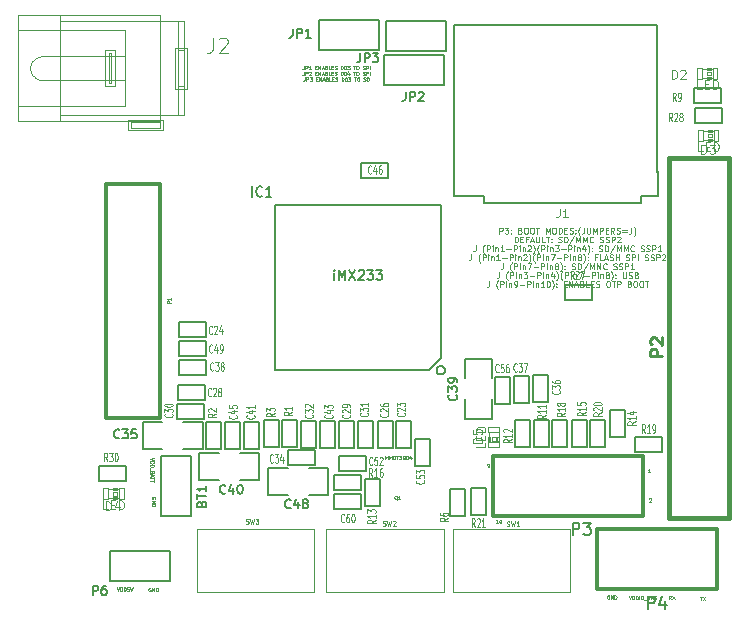
<source format=gto>
G04 (created by PCBNEW-RS274X (2011-01-25 BZR 2758)-stable) date Sat 16 Apr 2011 09:58:46 PM COT*
G01*
G70*
G90*
%MOIN*%
G04 Gerber Fmt 3.4, Leading zero omitted, Abs format*
%FSLAX34Y34*%
G04 APERTURE LIST*
%ADD10C,0.006000*%
%ADD11C,0.002200*%
%ADD12C,0.003000*%
%ADD13C,0.012000*%
%ADD14C,0.001000*%
%ADD15C,0.008000*%
%ADD16C,0.007000*%
%ADD17C,0.002600*%
%ADD18C,0.003900*%
%ADD19C,0.000100*%
%ADD20C,0.005000*%
%ADD21C,0.004000*%
%ADD22C,0.015000*%
%ADD23C,0.000700*%
%ADD24C,0.002000*%
%ADD25C,0.003500*%
%ADD26C,0.004500*%
%ADD27C,0.010000*%
G04 APERTURE END LIST*
G54D10*
G54D11*
X59508Y-38819D02*
X59508Y-38622D01*
X59583Y-38622D01*
X59602Y-38632D01*
X59611Y-38641D01*
X59620Y-38660D01*
X59620Y-38688D01*
X59611Y-38707D01*
X59602Y-38716D01*
X59583Y-38725D01*
X59508Y-38725D01*
X59686Y-38622D02*
X59808Y-38622D01*
X59742Y-38697D01*
X59771Y-38697D01*
X59789Y-38707D01*
X59799Y-38716D01*
X59808Y-38735D01*
X59808Y-38782D01*
X59799Y-38800D01*
X59789Y-38810D01*
X59771Y-38819D01*
X59714Y-38819D01*
X59696Y-38810D01*
X59686Y-38800D01*
X59893Y-38800D02*
X59902Y-38810D01*
X59893Y-38819D01*
X59884Y-38810D01*
X59893Y-38800D01*
X59893Y-38819D01*
X59893Y-38697D02*
X59902Y-38707D01*
X59893Y-38716D01*
X59884Y-38707D01*
X59893Y-38697D01*
X59893Y-38716D01*
X60203Y-38716D02*
X60231Y-38725D01*
X60240Y-38735D01*
X60249Y-38754D01*
X60249Y-38782D01*
X60240Y-38800D01*
X60231Y-38810D01*
X60212Y-38819D01*
X60137Y-38819D01*
X60137Y-38622D01*
X60203Y-38622D01*
X60221Y-38632D01*
X60231Y-38641D01*
X60240Y-38660D01*
X60240Y-38679D01*
X60231Y-38697D01*
X60221Y-38707D01*
X60203Y-38716D01*
X60137Y-38716D01*
X60371Y-38622D02*
X60409Y-38622D01*
X60428Y-38632D01*
X60446Y-38650D01*
X60456Y-38688D01*
X60456Y-38754D01*
X60446Y-38791D01*
X60428Y-38810D01*
X60409Y-38819D01*
X60371Y-38819D01*
X60353Y-38810D01*
X60334Y-38791D01*
X60325Y-38754D01*
X60325Y-38688D01*
X60334Y-38650D01*
X60353Y-38632D01*
X60371Y-38622D01*
X60577Y-38622D02*
X60615Y-38622D01*
X60634Y-38632D01*
X60652Y-38650D01*
X60662Y-38688D01*
X60662Y-38754D01*
X60652Y-38791D01*
X60634Y-38810D01*
X60615Y-38819D01*
X60577Y-38819D01*
X60559Y-38810D01*
X60540Y-38791D01*
X60531Y-38754D01*
X60531Y-38688D01*
X60540Y-38650D01*
X60559Y-38632D01*
X60577Y-38622D01*
X60718Y-38622D02*
X60830Y-38622D01*
X60774Y-38819D02*
X60774Y-38622D01*
X61046Y-38819D02*
X61046Y-38622D01*
X61112Y-38763D01*
X61177Y-38622D01*
X61177Y-38819D01*
X61308Y-38622D02*
X61346Y-38622D01*
X61365Y-38632D01*
X61383Y-38650D01*
X61393Y-38688D01*
X61393Y-38754D01*
X61383Y-38791D01*
X61365Y-38810D01*
X61346Y-38819D01*
X61308Y-38819D01*
X61290Y-38810D01*
X61271Y-38791D01*
X61262Y-38754D01*
X61262Y-38688D01*
X61271Y-38650D01*
X61290Y-38632D01*
X61308Y-38622D01*
X61477Y-38819D02*
X61477Y-38622D01*
X61524Y-38622D01*
X61552Y-38632D01*
X61571Y-38650D01*
X61580Y-38669D01*
X61589Y-38707D01*
X61589Y-38735D01*
X61580Y-38772D01*
X61571Y-38791D01*
X61552Y-38810D01*
X61524Y-38819D01*
X61477Y-38819D01*
X61674Y-38716D02*
X61740Y-38716D01*
X61768Y-38819D02*
X61674Y-38819D01*
X61674Y-38622D01*
X61768Y-38622D01*
X61843Y-38810D02*
X61871Y-38819D01*
X61918Y-38819D01*
X61936Y-38810D01*
X61946Y-38800D01*
X61955Y-38782D01*
X61955Y-38763D01*
X61946Y-38744D01*
X61936Y-38735D01*
X61918Y-38725D01*
X61880Y-38716D01*
X61861Y-38707D01*
X61852Y-38697D01*
X61843Y-38679D01*
X61843Y-38660D01*
X61852Y-38641D01*
X61861Y-38632D01*
X61880Y-38622D01*
X61927Y-38622D01*
X61955Y-38632D01*
X62040Y-38800D02*
X62049Y-38810D01*
X62040Y-38819D01*
X62031Y-38810D01*
X62040Y-38800D01*
X62040Y-38819D01*
X62040Y-38697D02*
X62049Y-38707D01*
X62040Y-38716D01*
X62031Y-38707D01*
X62040Y-38697D01*
X62040Y-38716D01*
X62190Y-38894D02*
X62181Y-38885D01*
X62162Y-38857D01*
X62153Y-38838D01*
X62143Y-38810D01*
X62134Y-38763D01*
X62134Y-38725D01*
X62143Y-38679D01*
X62153Y-38650D01*
X62162Y-38632D01*
X62181Y-38603D01*
X62190Y-38594D01*
X62321Y-38622D02*
X62321Y-38763D01*
X62312Y-38791D01*
X62293Y-38810D01*
X62265Y-38819D01*
X62246Y-38819D01*
X62415Y-38622D02*
X62415Y-38782D01*
X62424Y-38800D01*
X62434Y-38810D01*
X62452Y-38819D01*
X62490Y-38819D01*
X62509Y-38810D01*
X62518Y-38800D01*
X62527Y-38782D01*
X62527Y-38622D01*
X62621Y-38819D02*
X62621Y-38622D01*
X62687Y-38763D01*
X62752Y-38622D01*
X62752Y-38819D01*
X62846Y-38819D02*
X62846Y-38622D01*
X62921Y-38622D01*
X62940Y-38632D01*
X62949Y-38641D01*
X62958Y-38660D01*
X62958Y-38688D01*
X62949Y-38707D01*
X62940Y-38716D01*
X62921Y-38725D01*
X62846Y-38725D01*
X63043Y-38716D02*
X63109Y-38716D01*
X63137Y-38819D02*
X63043Y-38819D01*
X63043Y-38622D01*
X63137Y-38622D01*
X63333Y-38819D02*
X63268Y-38725D01*
X63221Y-38819D02*
X63221Y-38622D01*
X63296Y-38622D01*
X63315Y-38632D01*
X63324Y-38641D01*
X63333Y-38660D01*
X63333Y-38688D01*
X63324Y-38707D01*
X63315Y-38716D01*
X63296Y-38725D01*
X63221Y-38725D01*
X63409Y-38810D02*
X63437Y-38819D01*
X63484Y-38819D01*
X63502Y-38810D01*
X63512Y-38800D01*
X63521Y-38782D01*
X63521Y-38763D01*
X63512Y-38744D01*
X63502Y-38735D01*
X63484Y-38725D01*
X63446Y-38716D01*
X63427Y-38707D01*
X63418Y-38697D01*
X63409Y-38679D01*
X63409Y-38660D01*
X63418Y-38641D01*
X63427Y-38632D01*
X63446Y-38622D01*
X63493Y-38622D01*
X63521Y-38632D01*
X63606Y-38716D02*
X63756Y-38716D01*
X63756Y-38772D02*
X63606Y-38772D01*
X63906Y-38622D02*
X63906Y-38763D01*
X63897Y-38791D01*
X63878Y-38810D01*
X63850Y-38819D01*
X63831Y-38819D01*
X63981Y-38894D02*
X63991Y-38885D01*
X64009Y-38857D01*
X64019Y-38838D01*
X64028Y-38810D01*
X64037Y-38763D01*
X64037Y-38725D01*
X64028Y-38679D01*
X64019Y-38650D01*
X64009Y-38632D01*
X63991Y-38603D01*
X63981Y-38594D01*
X60009Y-39116D02*
X60009Y-38919D01*
X60056Y-38919D01*
X60084Y-38929D01*
X60103Y-38947D01*
X60112Y-38966D01*
X60121Y-39004D01*
X60121Y-39032D01*
X60112Y-39069D01*
X60103Y-39088D01*
X60084Y-39107D01*
X60056Y-39116D01*
X60009Y-39116D01*
X60206Y-39013D02*
X60272Y-39013D01*
X60300Y-39116D02*
X60206Y-39116D01*
X60206Y-38919D01*
X60300Y-38919D01*
X60450Y-39013D02*
X60384Y-39013D01*
X60384Y-39116D02*
X60384Y-38919D01*
X60478Y-38919D01*
X60544Y-39060D02*
X60637Y-39060D01*
X60525Y-39116D02*
X60590Y-38919D01*
X60656Y-39116D01*
X60722Y-38919D02*
X60722Y-39079D01*
X60731Y-39097D01*
X60741Y-39107D01*
X60759Y-39116D01*
X60797Y-39116D01*
X60816Y-39107D01*
X60825Y-39097D01*
X60834Y-39079D01*
X60834Y-38919D01*
X61022Y-39116D02*
X60928Y-39116D01*
X60928Y-38919D01*
X61059Y-38919D02*
X61171Y-38919D01*
X61115Y-39116D02*
X61115Y-38919D01*
X61237Y-39097D02*
X61246Y-39107D01*
X61237Y-39116D01*
X61228Y-39107D01*
X61237Y-39097D01*
X61237Y-39116D01*
X61237Y-38994D02*
X61246Y-39004D01*
X61237Y-39013D01*
X61228Y-39004D01*
X61237Y-38994D01*
X61237Y-39013D01*
X61472Y-39107D02*
X61500Y-39116D01*
X61547Y-39116D01*
X61565Y-39107D01*
X61575Y-39097D01*
X61584Y-39079D01*
X61584Y-39060D01*
X61575Y-39041D01*
X61565Y-39032D01*
X61547Y-39022D01*
X61509Y-39013D01*
X61490Y-39004D01*
X61481Y-38994D01*
X61472Y-38976D01*
X61472Y-38957D01*
X61481Y-38938D01*
X61490Y-38929D01*
X61509Y-38919D01*
X61556Y-38919D01*
X61584Y-38929D01*
X61669Y-39116D02*
X61669Y-38919D01*
X61716Y-38919D01*
X61744Y-38929D01*
X61763Y-38947D01*
X61772Y-38966D01*
X61781Y-39004D01*
X61781Y-39032D01*
X61772Y-39069D01*
X61763Y-39088D01*
X61744Y-39107D01*
X61716Y-39116D01*
X61669Y-39116D01*
X62007Y-38910D02*
X61838Y-39163D01*
X62072Y-39116D02*
X62072Y-38919D01*
X62138Y-39060D01*
X62203Y-38919D01*
X62203Y-39116D01*
X62297Y-39116D02*
X62297Y-38919D01*
X62363Y-39060D01*
X62428Y-38919D01*
X62428Y-39116D01*
X62634Y-39097D02*
X62625Y-39107D01*
X62597Y-39116D01*
X62578Y-39116D01*
X62550Y-39107D01*
X62531Y-39088D01*
X62522Y-39069D01*
X62513Y-39032D01*
X62513Y-39004D01*
X62522Y-38966D01*
X62531Y-38947D01*
X62550Y-38929D01*
X62578Y-38919D01*
X62597Y-38919D01*
X62625Y-38929D01*
X62634Y-38938D01*
X62860Y-39107D02*
X62888Y-39116D01*
X62935Y-39116D01*
X62953Y-39107D01*
X62963Y-39097D01*
X62972Y-39079D01*
X62972Y-39060D01*
X62963Y-39041D01*
X62953Y-39032D01*
X62935Y-39022D01*
X62897Y-39013D01*
X62878Y-39004D01*
X62869Y-38994D01*
X62860Y-38976D01*
X62860Y-38957D01*
X62869Y-38938D01*
X62878Y-38929D01*
X62897Y-38919D01*
X62944Y-38919D01*
X62972Y-38929D01*
X63048Y-39107D02*
X63076Y-39116D01*
X63123Y-39116D01*
X63141Y-39107D01*
X63151Y-39097D01*
X63160Y-39079D01*
X63160Y-39060D01*
X63151Y-39041D01*
X63141Y-39032D01*
X63123Y-39022D01*
X63085Y-39013D01*
X63066Y-39004D01*
X63057Y-38994D01*
X63048Y-38976D01*
X63048Y-38957D01*
X63057Y-38938D01*
X63066Y-38929D01*
X63085Y-38919D01*
X63132Y-38919D01*
X63160Y-38929D01*
X63245Y-39116D02*
X63245Y-38919D01*
X63320Y-38919D01*
X63339Y-38929D01*
X63348Y-38938D01*
X63357Y-38957D01*
X63357Y-38985D01*
X63348Y-39004D01*
X63339Y-39013D01*
X63320Y-39022D01*
X63245Y-39022D01*
X63433Y-38938D02*
X63442Y-38929D01*
X63461Y-38919D01*
X63508Y-38919D01*
X63526Y-38929D01*
X63536Y-38938D01*
X63545Y-38957D01*
X63545Y-38976D01*
X63536Y-39004D01*
X63423Y-39116D01*
X63545Y-39116D01*
X58709Y-39216D02*
X58709Y-39357D01*
X58700Y-39385D01*
X58681Y-39404D01*
X58653Y-39413D01*
X58634Y-39413D01*
X59009Y-39488D02*
X59000Y-39479D01*
X58981Y-39451D01*
X58972Y-39432D01*
X58962Y-39404D01*
X58953Y-39357D01*
X58953Y-39319D01*
X58962Y-39273D01*
X58972Y-39244D01*
X58981Y-39226D01*
X59000Y-39197D01*
X59009Y-39188D01*
X59084Y-39413D02*
X59084Y-39216D01*
X59159Y-39216D01*
X59178Y-39226D01*
X59187Y-39235D01*
X59196Y-39254D01*
X59196Y-39282D01*
X59187Y-39301D01*
X59178Y-39310D01*
X59159Y-39319D01*
X59084Y-39319D01*
X59281Y-39413D02*
X59281Y-39282D01*
X59281Y-39216D02*
X59272Y-39226D01*
X59281Y-39235D01*
X59290Y-39226D01*
X59281Y-39216D01*
X59281Y-39235D01*
X59375Y-39282D02*
X59375Y-39413D01*
X59375Y-39301D02*
X59384Y-39291D01*
X59403Y-39282D01*
X59431Y-39282D01*
X59450Y-39291D01*
X59459Y-39310D01*
X59459Y-39413D01*
X59656Y-39413D02*
X59544Y-39413D01*
X59600Y-39413D02*
X59600Y-39216D01*
X59581Y-39244D01*
X59562Y-39263D01*
X59544Y-39273D01*
X59741Y-39338D02*
X59891Y-39338D01*
X59985Y-39413D02*
X59985Y-39216D01*
X60060Y-39216D01*
X60079Y-39226D01*
X60088Y-39235D01*
X60097Y-39254D01*
X60097Y-39282D01*
X60088Y-39301D01*
X60079Y-39310D01*
X60060Y-39319D01*
X59985Y-39319D01*
X60182Y-39413D02*
X60182Y-39282D01*
X60182Y-39216D02*
X60173Y-39226D01*
X60182Y-39235D01*
X60191Y-39226D01*
X60182Y-39216D01*
X60182Y-39235D01*
X60276Y-39282D02*
X60276Y-39413D01*
X60276Y-39301D02*
X60285Y-39291D01*
X60304Y-39282D01*
X60332Y-39282D01*
X60351Y-39291D01*
X60360Y-39310D01*
X60360Y-39413D01*
X60445Y-39235D02*
X60454Y-39226D01*
X60473Y-39216D01*
X60520Y-39216D01*
X60538Y-39226D01*
X60548Y-39235D01*
X60557Y-39254D01*
X60557Y-39273D01*
X60548Y-39301D01*
X60435Y-39413D01*
X60557Y-39413D01*
X60623Y-39488D02*
X60633Y-39479D01*
X60651Y-39451D01*
X60661Y-39432D01*
X60670Y-39404D01*
X60679Y-39357D01*
X60679Y-39319D01*
X60670Y-39273D01*
X60661Y-39244D01*
X60651Y-39226D01*
X60633Y-39197D01*
X60623Y-39188D01*
X60829Y-39488D02*
X60820Y-39479D01*
X60801Y-39451D01*
X60792Y-39432D01*
X60782Y-39404D01*
X60773Y-39357D01*
X60773Y-39319D01*
X60782Y-39273D01*
X60792Y-39244D01*
X60801Y-39226D01*
X60820Y-39197D01*
X60829Y-39188D01*
X60904Y-39413D02*
X60904Y-39216D01*
X60979Y-39216D01*
X60998Y-39226D01*
X61007Y-39235D01*
X61016Y-39254D01*
X61016Y-39282D01*
X61007Y-39301D01*
X60998Y-39310D01*
X60979Y-39319D01*
X60904Y-39319D01*
X61101Y-39413D02*
X61101Y-39282D01*
X61101Y-39216D02*
X61092Y-39226D01*
X61101Y-39235D01*
X61110Y-39226D01*
X61101Y-39216D01*
X61101Y-39235D01*
X61195Y-39282D02*
X61195Y-39413D01*
X61195Y-39301D02*
X61204Y-39291D01*
X61223Y-39282D01*
X61251Y-39282D01*
X61270Y-39291D01*
X61279Y-39310D01*
X61279Y-39413D01*
X61354Y-39216D02*
X61476Y-39216D01*
X61410Y-39291D01*
X61439Y-39291D01*
X61457Y-39301D01*
X61467Y-39310D01*
X61476Y-39329D01*
X61476Y-39376D01*
X61467Y-39394D01*
X61457Y-39404D01*
X61439Y-39413D01*
X61382Y-39413D01*
X61364Y-39404D01*
X61354Y-39394D01*
X61561Y-39338D02*
X61711Y-39338D01*
X61805Y-39413D02*
X61805Y-39216D01*
X61880Y-39216D01*
X61899Y-39226D01*
X61908Y-39235D01*
X61917Y-39254D01*
X61917Y-39282D01*
X61908Y-39301D01*
X61899Y-39310D01*
X61880Y-39319D01*
X61805Y-39319D01*
X62002Y-39413D02*
X62002Y-39282D01*
X62002Y-39216D02*
X61993Y-39226D01*
X62002Y-39235D01*
X62011Y-39226D01*
X62002Y-39216D01*
X62002Y-39235D01*
X62096Y-39282D02*
X62096Y-39413D01*
X62096Y-39301D02*
X62105Y-39291D01*
X62124Y-39282D01*
X62152Y-39282D01*
X62171Y-39291D01*
X62180Y-39310D01*
X62180Y-39413D01*
X62358Y-39282D02*
X62358Y-39413D01*
X62311Y-39207D02*
X62265Y-39348D01*
X62386Y-39348D01*
X62443Y-39488D02*
X62453Y-39479D01*
X62471Y-39451D01*
X62481Y-39432D01*
X62490Y-39404D01*
X62499Y-39357D01*
X62499Y-39319D01*
X62490Y-39273D01*
X62481Y-39244D01*
X62471Y-39226D01*
X62453Y-39197D01*
X62443Y-39188D01*
X62593Y-39394D02*
X62602Y-39404D01*
X62593Y-39413D01*
X62584Y-39404D01*
X62593Y-39394D01*
X62593Y-39413D01*
X62593Y-39291D02*
X62602Y-39301D01*
X62593Y-39310D01*
X62584Y-39301D01*
X62593Y-39291D01*
X62593Y-39310D01*
X62828Y-39404D02*
X62856Y-39413D01*
X62903Y-39413D01*
X62921Y-39404D01*
X62931Y-39394D01*
X62940Y-39376D01*
X62940Y-39357D01*
X62931Y-39338D01*
X62921Y-39329D01*
X62903Y-39319D01*
X62865Y-39310D01*
X62846Y-39301D01*
X62837Y-39291D01*
X62828Y-39273D01*
X62828Y-39254D01*
X62837Y-39235D01*
X62846Y-39226D01*
X62865Y-39216D01*
X62912Y-39216D01*
X62940Y-39226D01*
X63025Y-39413D02*
X63025Y-39216D01*
X63072Y-39216D01*
X63100Y-39226D01*
X63119Y-39244D01*
X63128Y-39263D01*
X63137Y-39301D01*
X63137Y-39329D01*
X63128Y-39366D01*
X63119Y-39385D01*
X63100Y-39404D01*
X63072Y-39413D01*
X63025Y-39413D01*
X63363Y-39207D02*
X63194Y-39460D01*
X63428Y-39413D02*
X63428Y-39216D01*
X63494Y-39357D01*
X63559Y-39216D01*
X63559Y-39413D01*
X63653Y-39413D02*
X63653Y-39216D01*
X63719Y-39357D01*
X63784Y-39216D01*
X63784Y-39413D01*
X63990Y-39394D02*
X63981Y-39404D01*
X63953Y-39413D01*
X63934Y-39413D01*
X63906Y-39404D01*
X63887Y-39385D01*
X63878Y-39366D01*
X63869Y-39329D01*
X63869Y-39301D01*
X63878Y-39263D01*
X63887Y-39244D01*
X63906Y-39226D01*
X63934Y-39216D01*
X63953Y-39216D01*
X63981Y-39226D01*
X63990Y-39235D01*
X64216Y-39404D02*
X64244Y-39413D01*
X64291Y-39413D01*
X64309Y-39404D01*
X64319Y-39394D01*
X64328Y-39376D01*
X64328Y-39357D01*
X64319Y-39338D01*
X64309Y-39329D01*
X64291Y-39319D01*
X64253Y-39310D01*
X64234Y-39301D01*
X64225Y-39291D01*
X64216Y-39273D01*
X64216Y-39254D01*
X64225Y-39235D01*
X64234Y-39226D01*
X64253Y-39216D01*
X64300Y-39216D01*
X64328Y-39226D01*
X64404Y-39404D02*
X64432Y-39413D01*
X64479Y-39413D01*
X64497Y-39404D01*
X64507Y-39394D01*
X64516Y-39376D01*
X64516Y-39357D01*
X64507Y-39338D01*
X64497Y-39329D01*
X64479Y-39319D01*
X64441Y-39310D01*
X64422Y-39301D01*
X64413Y-39291D01*
X64404Y-39273D01*
X64404Y-39254D01*
X64413Y-39235D01*
X64422Y-39226D01*
X64441Y-39216D01*
X64488Y-39216D01*
X64516Y-39226D01*
X64601Y-39413D02*
X64601Y-39216D01*
X64676Y-39216D01*
X64695Y-39226D01*
X64704Y-39235D01*
X64713Y-39254D01*
X64713Y-39282D01*
X64704Y-39301D01*
X64695Y-39310D01*
X64676Y-39319D01*
X64601Y-39319D01*
X64901Y-39413D02*
X64789Y-39413D01*
X64845Y-39413D02*
X64845Y-39216D01*
X64826Y-39244D01*
X64807Y-39263D01*
X64789Y-39273D01*
X58568Y-39513D02*
X58568Y-39654D01*
X58559Y-39682D01*
X58540Y-39701D01*
X58512Y-39710D01*
X58493Y-39710D01*
X58868Y-39785D02*
X58859Y-39776D01*
X58840Y-39748D01*
X58831Y-39729D01*
X58821Y-39701D01*
X58812Y-39654D01*
X58812Y-39616D01*
X58821Y-39570D01*
X58831Y-39541D01*
X58840Y-39523D01*
X58859Y-39494D01*
X58868Y-39485D01*
X58943Y-39710D02*
X58943Y-39513D01*
X59018Y-39513D01*
X59037Y-39523D01*
X59046Y-39532D01*
X59055Y-39551D01*
X59055Y-39579D01*
X59046Y-39598D01*
X59037Y-39607D01*
X59018Y-39616D01*
X58943Y-39616D01*
X59140Y-39710D02*
X59140Y-39579D01*
X59140Y-39513D02*
X59131Y-39523D01*
X59140Y-39532D01*
X59149Y-39523D01*
X59140Y-39513D01*
X59140Y-39532D01*
X59234Y-39579D02*
X59234Y-39710D01*
X59234Y-39598D02*
X59243Y-39588D01*
X59262Y-39579D01*
X59290Y-39579D01*
X59309Y-39588D01*
X59318Y-39607D01*
X59318Y-39710D01*
X59515Y-39710D02*
X59403Y-39710D01*
X59459Y-39710D02*
X59459Y-39513D01*
X59440Y-39541D01*
X59421Y-39560D01*
X59403Y-39570D01*
X59600Y-39635D02*
X59750Y-39635D01*
X59844Y-39710D02*
X59844Y-39513D01*
X59919Y-39513D01*
X59938Y-39523D01*
X59947Y-39532D01*
X59956Y-39551D01*
X59956Y-39579D01*
X59947Y-39598D01*
X59938Y-39607D01*
X59919Y-39616D01*
X59844Y-39616D01*
X60041Y-39710D02*
X60041Y-39579D01*
X60041Y-39513D02*
X60032Y-39523D01*
X60041Y-39532D01*
X60050Y-39523D01*
X60041Y-39513D01*
X60041Y-39532D01*
X60135Y-39579D02*
X60135Y-39710D01*
X60135Y-39598D02*
X60144Y-39588D01*
X60163Y-39579D01*
X60191Y-39579D01*
X60210Y-39588D01*
X60219Y-39607D01*
X60219Y-39710D01*
X60304Y-39532D02*
X60313Y-39523D01*
X60332Y-39513D01*
X60379Y-39513D01*
X60397Y-39523D01*
X60407Y-39532D01*
X60416Y-39551D01*
X60416Y-39570D01*
X60407Y-39598D01*
X60294Y-39710D01*
X60416Y-39710D01*
X60482Y-39785D02*
X60492Y-39776D01*
X60510Y-39748D01*
X60520Y-39729D01*
X60529Y-39701D01*
X60538Y-39654D01*
X60538Y-39616D01*
X60529Y-39570D01*
X60520Y-39541D01*
X60510Y-39523D01*
X60492Y-39494D01*
X60482Y-39485D01*
X60688Y-39785D02*
X60679Y-39776D01*
X60660Y-39748D01*
X60651Y-39729D01*
X60641Y-39701D01*
X60632Y-39654D01*
X60632Y-39616D01*
X60641Y-39570D01*
X60651Y-39541D01*
X60660Y-39523D01*
X60679Y-39494D01*
X60688Y-39485D01*
X60763Y-39710D02*
X60763Y-39513D01*
X60838Y-39513D01*
X60857Y-39523D01*
X60866Y-39532D01*
X60875Y-39551D01*
X60875Y-39579D01*
X60866Y-39598D01*
X60857Y-39607D01*
X60838Y-39616D01*
X60763Y-39616D01*
X60960Y-39710D02*
X60960Y-39579D01*
X60960Y-39513D02*
X60951Y-39523D01*
X60960Y-39532D01*
X60969Y-39523D01*
X60960Y-39513D01*
X60960Y-39532D01*
X61054Y-39579D02*
X61054Y-39710D01*
X61054Y-39598D02*
X61063Y-39588D01*
X61082Y-39579D01*
X61110Y-39579D01*
X61129Y-39588D01*
X61138Y-39607D01*
X61138Y-39710D01*
X61213Y-39513D02*
X61344Y-39513D01*
X61260Y-39710D01*
X61420Y-39635D02*
X61570Y-39635D01*
X61664Y-39710D02*
X61664Y-39513D01*
X61739Y-39513D01*
X61758Y-39523D01*
X61767Y-39532D01*
X61776Y-39551D01*
X61776Y-39579D01*
X61767Y-39598D01*
X61758Y-39607D01*
X61739Y-39616D01*
X61664Y-39616D01*
X61861Y-39710D02*
X61861Y-39579D01*
X61861Y-39513D02*
X61852Y-39523D01*
X61861Y-39532D01*
X61870Y-39523D01*
X61861Y-39513D01*
X61861Y-39532D01*
X61955Y-39579D02*
X61955Y-39710D01*
X61955Y-39598D02*
X61964Y-39588D01*
X61983Y-39579D01*
X62011Y-39579D01*
X62030Y-39588D01*
X62039Y-39607D01*
X62039Y-39710D01*
X62161Y-39598D02*
X62142Y-39588D01*
X62133Y-39579D01*
X62124Y-39560D01*
X62124Y-39551D01*
X62133Y-39532D01*
X62142Y-39523D01*
X62161Y-39513D01*
X62199Y-39513D01*
X62217Y-39523D01*
X62227Y-39532D01*
X62236Y-39551D01*
X62236Y-39560D01*
X62227Y-39579D01*
X62217Y-39588D01*
X62199Y-39598D01*
X62161Y-39598D01*
X62142Y-39607D01*
X62133Y-39616D01*
X62124Y-39635D01*
X62124Y-39673D01*
X62133Y-39691D01*
X62142Y-39701D01*
X62161Y-39710D01*
X62199Y-39710D01*
X62217Y-39701D01*
X62227Y-39691D01*
X62236Y-39673D01*
X62236Y-39635D01*
X62227Y-39616D01*
X62217Y-39607D01*
X62199Y-39598D01*
X62302Y-39785D02*
X62312Y-39776D01*
X62330Y-39748D01*
X62340Y-39729D01*
X62349Y-39701D01*
X62358Y-39654D01*
X62358Y-39616D01*
X62349Y-39570D01*
X62340Y-39541D01*
X62330Y-39523D01*
X62312Y-39494D01*
X62302Y-39485D01*
X62452Y-39691D02*
X62461Y-39701D01*
X62452Y-39710D01*
X62443Y-39701D01*
X62452Y-39691D01*
X62452Y-39710D01*
X62452Y-39588D02*
X62461Y-39598D01*
X62452Y-39607D01*
X62443Y-39598D01*
X62452Y-39588D01*
X62452Y-39607D01*
X62762Y-39607D02*
X62696Y-39607D01*
X62696Y-39710D02*
X62696Y-39513D01*
X62790Y-39513D01*
X62959Y-39710D02*
X62865Y-39710D01*
X62865Y-39513D01*
X63015Y-39654D02*
X63108Y-39654D01*
X62996Y-39710D02*
X63061Y-39513D01*
X63127Y-39710D01*
X63184Y-39701D02*
X63212Y-39710D01*
X63259Y-39710D01*
X63277Y-39701D01*
X63287Y-39691D01*
X63296Y-39673D01*
X63296Y-39654D01*
X63287Y-39635D01*
X63277Y-39626D01*
X63259Y-39616D01*
X63221Y-39607D01*
X63202Y-39598D01*
X63193Y-39588D01*
X63184Y-39570D01*
X63184Y-39551D01*
X63193Y-39532D01*
X63202Y-39523D01*
X63221Y-39513D01*
X63268Y-39513D01*
X63296Y-39523D01*
X63381Y-39710D02*
X63381Y-39513D01*
X63381Y-39607D02*
X63493Y-39607D01*
X63493Y-39710D02*
X63493Y-39513D01*
X63728Y-39701D02*
X63756Y-39710D01*
X63803Y-39710D01*
X63821Y-39701D01*
X63831Y-39691D01*
X63840Y-39673D01*
X63840Y-39654D01*
X63831Y-39635D01*
X63821Y-39626D01*
X63803Y-39616D01*
X63765Y-39607D01*
X63746Y-39598D01*
X63737Y-39588D01*
X63728Y-39570D01*
X63728Y-39551D01*
X63737Y-39532D01*
X63746Y-39523D01*
X63765Y-39513D01*
X63812Y-39513D01*
X63840Y-39523D01*
X63925Y-39710D02*
X63925Y-39513D01*
X64000Y-39513D01*
X64019Y-39523D01*
X64028Y-39532D01*
X64037Y-39551D01*
X64037Y-39579D01*
X64028Y-39598D01*
X64019Y-39607D01*
X64000Y-39616D01*
X63925Y-39616D01*
X64122Y-39710D02*
X64122Y-39513D01*
X64357Y-39701D02*
X64385Y-39710D01*
X64432Y-39710D01*
X64450Y-39701D01*
X64460Y-39691D01*
X64469Y-39673D01*
X64469Y-39654D01*
X64460Y-39635D01*
X64450Y-39626D01*
X64432Y-39616D01*
X64394Y-39607D01*
X64375Y-39598D01*
X64366Y-39588D01*
X64357Y-39570D01*
X64357Y-39551D01*
X64366Y-39532D01*
X64375Y-39523D01*
X64394Y-39513D01*
X64441Y-39513D01*
X64469Y-39523D01*
X64545Y-39701D02*
X64573Y-39710D01*
X64620Y-39710D01*
X64638Y-39701D01*
X64648Y-39691D01*
X64657Y-39673D01*
X64657Y-39654D01*
X64648Y-39635D01*
X64638Y-39626D01*
X64620Y-39616D01*
X64582Y-39607D01*
X64563Y-39598D01*
X64554Y-39588D01*
X64545Y-39570D01*
X64545Y-39551D01*
X64554Y-39532D01*
X64563Y-39523D01*
X64582Y-39513D01*
X64629Y-39513D01*
X64657Y-39523D01*
X64742Y-39710D02*
X64742Y-39513D01*
X64817Y-39513D01*
X64836Y-39523D01*
X64845Y-39532D01*
X64854Y-39551D01*
X64854Y-39579D01*
X64845Y-39598D01*
X64836Y-39607D01*
X64817Y-39616D01*
X64742Y-39616D01*
X64930Y-39532D02*
X64939Y-39523D01*
X64958Y-39513D01*
X65005Y-39513D01*
X65023Y-39523D01*
X65033Y-39532D01*
X65042Y-39551D01*
X65042Y-39570D01*
X65033Y-39598D01*
X64920Y-39710D01*
X65042Y-39710D01*
X59619Y-39810D02*
X59619Y-39951D01*
X59610Y-39979D01*
X59591Y-39998D01*
X59563Y-40007D01*
X59544Y-40007D01*
X59919Y-40082D02*
X59910Y-40073D01*
X59891Y-40045D01*
X59882Y-40026D01*
X59872Y-39998D01*
X59863Y-39951D01*
X59863Y-39913D01*
X59872Y-39867D01*
X59882Y-39838D01*
X59891Y-39820D01*
X59910Y-39791D01*
X59919Y-39782D01*
X59994Y-40007D02*
X59994Y-39810D01*
X60069Y-39810D01*
X60088Y-39820D01*
X60097Y-39829D01*
X60106Y-39848D01*
X60106Y-39876D01*
X60097Y-39895D01*
X60088Y-39904D01*
X60069Y-39913D01*
X59994Y-39913D01*
X60191Y-40007D02*
X60191Y-39876D01*
X60191Y-39810D02*
X60182Y-39820D01*
X60191Y-39829D01*
X60200Y-39820D01*
X60191Y-39810D01*
X60191Y-39829D01*
X60285Y-39876D02*
X60285Y-40007D01*
X60285Y-39895D02*
X60294Y-39885D01*
X60313Y-39876D01*
X60341Y-39876D01*
X60360Y-39885D01*
X60369Y-39904D01*
X60369Y-40007D01*
X60444Y-39810D02*
X60575Y-39810D01*
X60491Y-40007D01*
X60651Y-39932D02*
X60801Y-39932D01*
X60895Y-40007D02*
X60895Y-39810D01*
X60970Y-39810D01*
X60989Y-39820D01*
X60998Y-39829D01*
X61007Y-39848D01*
X61007Y-39876D01*
X60998Y-39895D01*
X60989Y-39904D01*
X60970Y-39913D01*
X60895Y-39913D01*
X61092Y-40007D02*
X61092Y-39876D01*
X61092Y-39810D02*
X61083Y-39820D01*
X61092Y-39829D01*
X61101Y-39820D01*
X61092Y-39810D01*
X61092Y-39829D01*
X61186Y-39876D02*
X61186Y-40007D01*
X61186Y-39895D02*
X61195Y-39885D01*
X61214Y-39876D01*
X61242Y-39876D01*
X61261Y-39885D01*
X61270Y-39904D01*
X61270Y-40007D01*
X61392Y-39895D02*
X61373Y-39885D01*
X61364Y-39876D01*
X61355Y-39857D01*
X61355Y-39848D01*
X61364Y-39829D01*
X61373Y-39820D01*
X61392Y-39810D01*
X61430Y-39810D01*
X61448Y-39820D01*
X61458Y-39829D01*
X61467Y-39848D01*
X61467Y-39857D01*
X61458Y-39876D01*
X61448Y-39885D01*
X61430Y-39895D01*
X61392Y-39895D01*
X61373Y-39904D01*
X61364Y-39913D01*
X61355Y-39932D01*
X61355Y-39970D01*
X61364Y-39988D01*
X61373Y-39998D01*
X61392Y-40007D01*
X61430Y-40007D01*
X61448Y-39998D01*
X61458Y-39988D01*
X61467Y-39970D01*
X61467Y-39932D01*
X61458Y-39913D01*
X61448Y-39904D01*
X61430Y-39895D01*
X61533Y-40082D02*
X61543Y-40073D01*
X61561Y-40045D01*
X61571Y-40026D01*
X61580Y-39998D01*
X61589Y-39951D01*
X61589Y-39913D01*
X61580Y-39867D01*
X61571Y-39838D01*
X61561Y-39820D01*
X61543Y-39791D01*
X61533Y-39782D01*
X61683Y-39988D02*
X61692Y-39998D01*
X61683Y-40007D01*
X61674Y-39998D01*
X61683Y-39988D01*
X61683Y-40007D01*
X61683Y-39885D02*
X61692Y-39895D01*
X61683Y-39904D01*
X61674Y-39895D01*
X61683Y-39885D01*
X61683Y-39904D01*
X61918Y-39998D02*
X61946Y-40007D01*
X61993Y-40007D01*
X62011Y-39998D01*
X62021Y-39988D01*
X62030Y-39970D01*
X62030Y-39951D01*
X62021Y-39932D01*
X62011Y-39923D01*
X61993Y-39913D01*
X61955Y-39904D01*
X61936Y-39895D01*
X61927Y-39885D01*
X61918Y-39867D01*
X61918Y-39848D01*
X61927Y-39829D01*
X61936Y-39820D01*
X61955Y-39810D01*
X62002Y-39810D01*
X62030Y-39820D01*
X62115Y-40007D02*
X62115Y-39810D01*
X62162Y-39810D01*
X62190Y-39820D01*
X62209Y-39838D01*
X62218Y-39857D01*
X62227Y-39895D01*
X62227Y-39923D01*
X62218Y-39960D01*
X62209Y-39979D01*
X62190Y-39998D01*
X62162Y-40007D01*
X62115Y-40007D01*
X62453Y-39801D02*
X62284Y-40054D01*
X62518Y-40007D02*
X62518Y-39810D01*
X62584Y-39951D01*
X62649Y-39810D01*
X62649Y-40007D01*
X62743Y-40007D02*
X62743Y-39810D01*
X62809Y-39951D01*
X62874Y-39810D01*
X62874Y-40007D01*
X63080Y-39988D02*
X63071Y-39998D01*
X63043Y-40007D01*
X63024Y-40007D01*
X62996Y-39998D01*
X62977Y-39979D01*
X62968Y-39960D01*
X62959Y-39923D01*
X62959Y-39895D01*
X62968Y-39857D01*
X62977Y-39838D01*
X62996Y-39820D01*
X63024Y-39810D01*
X63043Y-39810D01*
X63071Y-39820D01*
X63080Y-39829D01*
X63306Y-39998D02*
X63334Y-40007D01*
X63381Y-40007D01*
X63399Y-39998D01*
X63409Y-39988D01*
X63418Y-39970D01*
X63418Y-39951D01*
X63409Y-39932D01*
X63399Y-39923D01*
X63381Y-39913D01*
X63343Y-39904D01*
X63324Y-39895D01*
X63315Y-39885D01*
X63306Y-39867D01*
X63306Y-39848D01*
X63315Y-39829D01*
X63324Y-39820D01*
X63343Y-39810D01*
X63390Y-39810D01*
X63418Y-39820D01*
X63494Y-39998D02*
X63522Y-40007D01*
X63569Y-40007D01*
X63587Y-39998D01*
X63597Y-39988D01*
X63606Y-39970D01*
X63606Y-39951D01*
X63597Y-39932D01*
X63587Y-39923D01*
X63569Y-39913D01*
X63531Y-39904D01*
X63512Y-39895D01*
X63503Y-39885D01*
X63494Y-39867D01*
X63494Y-39848D01*
X63503Y-39829D01*
X63512Y-39820D01*
X63531Y-39810D01*
X63578Y-39810D01*
X63606Y-39820D01*
X63691Y-40007D02*
X63691Y-39810D01*
X63766Y-39810D01*
X63785Y-39820D01*
X63794Y-39829D01*
X63803Y-39848D01*
X63803Y-39876D01*
X63794Y-39895D01*
X63785Y-39904D01*
X63766Y-39913D01*
X63691Y-39913D01*
X63991Y-40007D02*
X63879Y-40007D01*
X63935Y-40007D02*
X63935Y-39810D01*
X63916Y-39838D01*
X63897Y-39857D01*
X63879Y-39867D01*
X59488Y-40107D02*
X59488Y-40248D01*
X59479Y-40276D01*
X59460Y-40295D01*
X59432Y-40304D01*
X59413Y-40304D01*
X59788Y-40379D02*
X59779Y-40370D01*
X59760Y-40342D01*
X59751Y-40323D01*
X59741Y-40295D01*
X59732Y-40248D01*
X59732Y-40210D01*
X59741Y-40164D01*
X59751Y-40135D01*
X59760Y-40117D01*
X59779Y-40088D01*
X59788Y-40079D01*
X59863Y-40304D02*
X59863Y-40107D01*
X59938Y-40107D01*
X59957Y-40117D01*
X59966Y-40126D01*
X59975Y-40145D01*
X59975Y-40173D01*
X59966Y-40192D01*
X59957Y-40201D01*
X59938Y-40210D01*
X59863Y-40210D01*
X60060Y-40304D02*
X60060Y-40173D01*
X60060Y-40107D02*
X60051Y-40117D01*
X60060Y-40126D01*
X60069Y-40117D01*
X60060Y-40107D01*
X60060Y-40126D01*
X60154Y-40173D02*
X60154Y-40304D01*
X60154Y-40192D02*
X60163Y-40182D01*
X60182Y-40173D01*
X60210Y-40173D01*
X60229Y-40182D01*
X60238Y-40201D01*
X60238Y-40304D01*
X60313Y-40107D02*
X60435Y-40107D01*
X60369Y-40182D01*
X60398Y-40182D01*
X60416Y-40192D01*
X60426Y-40201D01*
X60435Y-40220D01*
X60435Y-40267D01*
X60426Y-40285D01*
X60416Y-40295D01*
X60398Y-40304D01*
X60341Y-40304D01*
X60323Y-40295D01*
X60313Y-40285D01*
X60520Y-40229D02*
X60670Y-40229D01*
X60764Y-40304D02*
X60764Y-40107D01*
X60839Y-40107D01*
X60858Y-40117D01*
X60867Y-40126D01*
X60876Y-40145D01*
X60876Y-40173D01*
X60867Y-40192D01*
X60858Y-40201D01*
X60839Y-40210D01*
X60764Y-40210D01*
X60961Y-40304D02*
X60961Y-40173D01*
X60961Y-40107D02*
X60952Y-40117D01*
X60961Y-40126D01*
X60970Y-40117D01*
X60961Y-40107D01*
X60961Y-40126D01*
X61055Y-40173D02*
X61055Y-40304D01*
X61055Y-40192D02*
X61064Y-40182D01*
X61083Y-40173D01*
X61111Y-40173D01*
X61130Y-40182D01*
X61139Y-40201D01*
X61139Y-40304D01*
X61317Y-40173D02*
X61317Y-40304D01*
X61270Y-40098D02*
X61224Y-40239D01*
X61345Y-40239D01*
X61402Y-40379D02*
X61412Y-40370D01*
X61430Y-40342D01*
X61440Y-40323D01*
X61449Y-40295D01*
X61458Y-40248D01*
X61458Y-40210D01*
X61449Y-40164D01*
X61440Y-40135D01*
X61430Y-40117D01*
X61412Y-40088D01*
X61402Y-40079D01*
X61608Y-40379D02*
X61599Y-40370D01*
X61580Y-40342D01*
X61571Y-40323D01*
X61561Y-40295D01*
X61552Y-40248D01*
X61552Y-40210D01*
X61561Y-40164D01*
X61571Y-40135D01*
X61580Y-40117D01*
X61599Y-40088D01*
X61608Y-40079D01*
X61683Y-40304D02*
X61683Y-40107D01*
X61758Y-40107D01*
X61777Y-40117D01*
X61786Y-40126D01*
X61795Y-40145D01*
X61795Y-40173D01*
X61786Y-40192D01*
X61777Y-40201D01*
X61758Y-40210D01*
X61683Y-40210D01*
X61880Y-40304D02*
X61880Y-40173D01*
X61880Y-40107D02*
X61871Y-40117D01*
X61880Y-40126D01*
X61889Y-40117D01*
X61880Y-40107D01*
X61880Y-40126D01*
X61974Y-40173D02*
X61974Y-40304D01*
X61974Y-40192D02*
X61983Y-40182D01*
X62002Y-40173D01*
X62030Y-40173D01*
X62049Y-40182D01*
X62058Y-40201D01*
X62058Y-40304D01*
X62133Y-40107D02*
X62264Y-40107D01*
X62180Y-40304D01*
X62340Y-40229D02*
X62490Y-40229D01*
X62584Y-40304D02*
X62584Y-40107D01*
X62659Y-40107D01*
X62678Y-40117D01*
X62687Y-40126D01*
X62696Y-40145D01*
X62696Y-40173D01*
X62687Y-40192D01*
X62678Y-40201D01*
X62659Y-40210D01*
X62584Y-40210D01*
X62781Y-40304D02*
X62781Y-40173D01*
X62781Y-40107D02*
X62772Y-40117D01*
X62781Y-40126D01*
X62790Y-40117D01*
X62781Y-40107D01*
X62781Y-40126D01*
X62875Y-40173D02*
X62875Y-40304D01*
X62875Y-40192D02*
X62884Y-40182D01*
X62903Y-40173D01*
X62931Y-40173D01*
X62950Y-40182D01*
X62959Y-40201D01*
X62959Y-40304D01*
X63081Y-40192D02*
X63062Y-40182D01*
X63053Y-40173D01*
X63044Y-40154D01*
X63044Y-40145D01*
X63053Y-40126D01*
X63062Y-40117D01*
X63081Y-40107D01*
X63119Y-40107D01*
X63137Y-40117D01*
X63147Y-40126D01*
X63156Y-40145D01*
X63156Y-40154D01*
X63147Y-40173D01*
X63137Y-40182D01*
X63119Y-40192D01*
X63081Y-40192D01*
X63062Y-40201D01*
X63053Y-40210D01*
X63044Y-40229D01*
X63044Y-40267D01*
X63053Y-40285D01*
X63062Y-40295D01*
X63081Y-40304D01*
X63119Y-40304D01*
X63137Y-40295D01*
X63147Y-40285D01*
X63156Y-40267D01*
X63156Y-40229D01*
X63147Y-40210D01*
X63137Y-40201D01*
X63119Y-40192D01*
X63222Y-40379D02*
X63232Y-40370D01*
X63250Y-40342D01*
X63260Y-40323D01*
X63269Y-40295D01*
X63278Y-40248D01*
X63278Y-40210D01*
X63269Y-40164D01*
X63260Y-40135D01*
X63250Y-40117D01*
X63232Y-40088D01*
X63222Y-40079D01*
X63372Y-40285D02*
X63381Y-40295D01*
X63372Y-40304D01*
X63363Y-40295D01*
X63372Y-40285D01*
X63372Y-40304D01*
X63372Y-40182D02*
X63381Y-40192D01*
X63372Y-40201D01*
X63363Y-40192D01*
X63372Y-40182D01*
X63372Y-40201D01*
X63616Y-40107D02*
X63616Y-40267D01*
X63625Y-40285D01*
X63635Y-40295D01*
X63653Y-40304D01*
X63691Y-40304D01*
X63710Y-40295D01*
X63719Y-40285D01*
X63728Y-40267D01*
X63728Y-40107D01*
X63813Y-40295D02*
X63841Y-40304D01*
X63888Y-40304D01*
X63906Y-40295D01*
X63916Y-40285D01*
X63925Y-40267D01*
X63925Y-40248D01*
X63916Y-40229D01*
X63906Y-40220D01*
X63888Y-40210D01*
X63850Y-40201D01*
X63831Y-40192D01*
X63822Y-40182D01*
X63813Y-40164D01*
X63813Y-40145D01*
X63822Y-40126D01*
X63831Y-40117D01*
X63850Y-40107D01*
X63897Y-40107D01*
X63925Y-40117D01*
X64076Y-40201D02*
X64104Y-40210D01*
X64113Y-40220D01*
X64122Y-40239D01*
X64122Y-40267D01*
X64113Y-40285D01*
X64104Y-40295D01*
X64085Y-40304D01*
X64010Y-40304D01*
X64010Y-40107D01*
X64076Y-40107D01*
X64094Y-40117D01*
X64104Y-40126D01*
X64113Y-40145D01*
X64113Y-40164D01*
X64104Y-40182D01*
X64094Y-40192D01*
X64076Y-40201D01*
X64010Y-40201D01*
X59156Y-40404D02*
X59156Y-40545D01*
X59147Y-40573D01*
X59128Y-40592D01*
X59100Y-40601D01*
X59081Y-40601D01*
X59456Y-40676D02*
X59447Y-40667D01*
X59428Y-40639D01*
X59419Y-40620D01*
X59409Y-40592D01*
X59400Y-40545D01*
X59400Y-40507D01*
X59409Y-40461D01*
X59419Y-40432D01*
X59428Y-40414D01*
X59447Y-40385D01*
X59456Y-40376D01*
X59531Y-40601D02*
X59531Y-40404D01*
X59606Y-40404D01*
X59625Y-40414D01*
X59634Y-40423D01*
X59643Y-40442D01*
X59643Y-40470D01*
X59634Y-40489D01*
X59625Y-40498D01*
X59606Y-40507D01*
X59531Y-40507D01*
X59728Y-40601D02*
X59728Y-40470D01*
X59728Y-40404D02*
X59719Y-40414D01*
X59728Y-40423D01*
X59737Y-40414D01*
X59728Y-40404D01*
X59728Y-40423D01*
X59822Y-40470D02*
X59822Y-40601D01*
X59822Y-40489D02*
X59831Y-40479D01*
X59850Y-40470D01*
X59878Y-40470D01*
X59897Y-40479D01*
X59906Y-40498D01*
X59906Y-40601D01*
X60009Y-40601D02*
X60047Y-40601D01*
X60066Y-40592D01*
X60075Y-40582D01*
X60094Y-40554D01*
X60103Y-40517D01*
X60103Y-40442D01*
X60094Y-40423D01*
X60084Y-40414D01*
X60066Y-40404D01*
X60028Y-40404D01*
X60009Y-40414D01*
X60000Y-40423D01*
X59991Y-40442D01*
X59991Y-40489D01*
X60000Y-40507D01*
X60009Y-40517D01*
X60028Y-40526D01*
X60066Y-40526D01*
X60084Y-40517D01*
X60094Y-40507D01*
X60103Y-40489D01*
X60188Y-40526D02*
X60338Y-40526D01*
X60432Y-40601D02*
X60432Y-40404D01*
X60507Y-40404D01*
X60526Y-40414D01*
X60535Y-40423D01*
X60544Y-40442D01*
X60544Y-40470D01*
X60535Y-40489D01*
X60526Y-40498D01*
X60507Y-40507D01*
X60432Y-40507D01*
X60629Y-40601D02*
X60629Y-40470D01*
X60629Y-40404D02*
X60620Y-40414D01*
X60629Y-40423D01*
X60638Y-40414D01*
X60629Y-40404D01*
X60629Y-40423D01*
X60723Y-40470D02*
X60723Y-40601D01*
X60723Y-40489D02*
X60732Y-40479D01*
X60751Y-40470D01*
X60779Y-40470D01*
X60798Y-40479D01*
X60807Y-40498D01*
X60807Y-40601D01*
X61004Y-40601D02*
X60892Y-40601D01*
X60948Y-40601D02*
X60948Y-40404D01*
X60929Y-40432D01*
X60910Y-40451D01*
X60892Y-40461D01*
X61126Y-40404D02*
X61145Y-40404D01*
X61164Y-40414D01*
X61173Y-40423D01*
X61183Y-40442D01*
X61192Y-40479D01*
X61192Y-40526D01*
X61183Y-40564D01*
X61173Y-40582D01*
X61164Y-40592D01*
X61145Y-40601D01*
X61126Y-40601D01*
X61108Y-40592D01*
X61098Y-40582D01*
X61089Y-40564D01*
X61080Y-40526D01*
X61080Y-40479D01*
X61089Y-40442D01*
X61098Y-40423D01*
X61108Y-40414D01*
X61126Y-40404D01*
X61258Y-40676D02*
X61268Y-40667D01*
X61286Y-40639D01*
X61296Y-40620D01*
X61305Y-40592D01*
X61314Y-40545D01*
X61314Y-40507D01*
X61305Y-40461D01*
X61296Y-40432D01*
X61286Y-40414D01*
X61268Y-40385D01*
X61258Y-40376D01*
X61408Y-40582D02*
X61417Y-40592D01*
X61408Y-40601D01*
X61399Y-40592D01*
X61408Y-40582D01*
X61408Y-40601D01*
X61408Y-40479D02*
X61417Y-40489D01*
X61408Y-40498D01*
X61399Y-40489D01*
X61408Y-40479D01*
X61408Y-40498D01*
X61652Y-40498D02*
X61718Y-40498D01*
X61746Y-40601D02*
X61652Y-40601D01*
X61652Y-40404D01*
X61746Y-40404D01*
X61830Y-40601D02*
X61830Y-40404D01*
X61942Y-40601D01*
X61942Y-40404D01*
X62027Y-40545D02*
X62120Y-40545D01*
X62008Y-40601D02*
X62073Y-40404D01*
X62139Y-40601D01*
X62271Y-40498D02*
X62299Y-40507D01*
X62308Y-40517D01*
X62317Y-40536D01*
X62317Y-40564D01*
X62308Y-40582D01*
X62299Y-40592D01*
X62280Y-40601D01*
X62205Y-40601D01*
X62205Y-40404D01*
X62271Y-40404D01*
X62289Y-40414D01*
X62299Y-40423D01*
X62308Y-40442D01*
X62308Y-40461D01*
X62299Y-40479D01*
X62289Y-40489D01*
X62271Y-40498D01*
X62205Y-40498D01*
X62496Y-40601D02*
X62402Y-40601D01*
X62402Y-40404D01*
X62561Y-40498D02*
X62627Y-40498D01*
X62655Y-40601D02*
X62561Y-40601D01*
X62561Y-40404D01*
X62655Y-40404D01*
X62730Y-40592D02*
X62758Y-40601D01*
X62805Y-40601D01*
X62823Y-40592D01*
X62833Y-40582D01*
X62842Y-40564D01*
X62842Y-40545D01*
X62833Y-40526D01*
X62823Y-40517D01*
X62805Y-40507D01*
X62767Y-40498D01*
X62748Y-40489D01*
X62739Y-40479D01*
X62730Y-40461D01*
X62730Y-40442D01*
X62739Y-40423D01*
X62748Y-40414D01*
X62767Y-40404D01*
X62814Y-40404D01*
X62842Y-40414D01*
X63114Y-40404D02*
X63152Y-40404D01*
X63171Y-40414D01*
X63189Y-40432D01*
X63199Y-40470D01*
X63199Y-40536D01*
X63189Y-40573D01*
X63171Y-40592D01*
X63152Y-40601D01*
X63114Y-40601D01*
X63096Y-40592D01*
X63077Y-40573D01*
X63068Y-40536D01*
X63068Y-40470D01*
X63077Y-40432D01*
X63096Y-40414D01*
X63114Y-40404D01*
X63255Y-40404D02*
X63367Y-40404D01*
X63311Y-40601D02*
X63311Y-40404D01*
X63433Y-40601D02*
X63433Y-40404D01*
X63508Y-40404D01*
X63527Y-40414D01*
X63536Y-40423D01*
X63545Y-40442D01*
X63545Y-40470D01*
X63536Y-40489D01*
X63527Y-40498D01*
X63508Y-40507D01*
X63433Y-40507D01*
X63846Y-40498D02*
X63874Y-40507D01*
X63883Y-40517D01*
X63892Y-40536D01*
X63892Y-40564D01*
X63883Y-40582D01*
X63874Y-40592D01*
X63855Y-40601D01*
X63780Y-40601D01*
X63780Y-40404D01*
X63846Y-40404D01*
X63864Y-40414D01*
X63874Y-40423D01*
X63883Y-40442D01*
X63883Y-40461D01*
X63874Y-40479D01*
X63864Y-40489D01*
X63846Y-40498D01*
X63780Y-40498D01*
X64014Y-40404D02*
X64052Y-40404D01*
X64071Y-40414D01*
X64089Y-40432D01*
X64099Y-40470D01*
X64099Y-40536D01*
X64089Y-40573D01*
X64071Y-40592D01*
X64052Y-40601D01*
X64014Y-40601D01*
X63996Y-40592D01*
X63977Y-40573D01*
X63968Y-40536D01*
X63968Y-40470D01*
X63977Y-40432D01*
X63996Y-40414D01*
X64014Y-40404D01*
X64220Y-40404D02*
X64258Y-40404D01*
X64277Y-40414D01*
X64295Y-40432D01*
X64305Y-40470D01*
X64305Y-40536D01*
X64295Y-40573D01*
X64277Y-40592D01*
X64258Y-40601D01*
X64220Y-40601D01*
X64202Y-40592D01*
X64183Y-40573D01*
X64174Y-40536D01*
X64174Y-40470D01*
X64183Y-40432D01*
X64202Y-40414D01*
X64220Y-40404D01*
X64361Y-40404D02*
X64473Y-40404D01*
X64417Y-40601D02*
X64417Y-40404D01*
G54D12*
X52986Y-33225D02*
X52986Y-33309D01*
X52980Y-33326D01*
X52969Y-33337D01*
X52952Y-33343D01*
X52941Y-33343D01*
X53042Y-33343D02*
X53042Y-33225D01*
X53087Y-33225D01*
X53098Y-33230D01*
X53104Y-33236D01*
X53110Y-33247D01*
X53110Y-33264D01*
X53104Y-33275D01*
X53098Y-33281D01*
X53087Y-33287D01*
X53042Y-33287D01*
X53222Y-33343D02*
X53154Y-33343D01*
X53188Y-33343D02*
X53188Y-33225D01*
X53177Y-33242D01*
X53166Y-33253D01*
X53154Y-33258D01*
X53362Y-33281D02*
X53401Y-33281D01*
X53418Y-33343D02*
X53362Y-33343D01*
X53362Y-33225D01*
X53418Y-33225D01*
X53469Y-33343D02*
X53469Y-33225D01*
X53537Y-33343D01*
X53537Y-33225D01*
X53587Y-33309D02*
X53644Y-33309D01*
X53576Y-33343D02*
X53616Y-33225D01*
X53655Y-33343D01*
X53733Y-33281D02*
X53750Y-33287D01*
X53756Y-33292D01*
X53762Y-33303D01*
X53762Y-33320D01*
X53756Y-33332D01*
X53750Y-33337D01*
X53739Y-33343D01*
X53694Y-33343D01*
X53694Y-33225D01*
X53733Y-33225D01*
X53745Y-33230D01*
X53750Y-33236D01*
X53756Y-33247D01*
X53756Y-33258D01*
X53750Y-33270D01*
X53745Y-33275D01*
X53733Y-33281D01*
X53694Y-33281D01*
X53868Y-33343D02*
X53812Y-33343D01*
X53812Y-33225D01*
X53908Y-33281D02*
X53947Y-33281D01*
X53964Y-33343D02*
X53908Y-33343D01*
X53908Y-33225D01*
X53964Y-33225D01*
X54009Y-33337D02*
X54026Y-33343D01*
X54054Y-33343D01*
X54066Y-33337D01*
X54071Y-33332D01*
X54077Y-33320D01*
X54077Y-33309D01*
X54071Y-33298D01*
X54066Y-33292D01*
X54054Y-33287D01*
X54032Y-33281D01*
X54021Y-33275D01*
X54015Y-33270D01*
X54009Y-33258D01*
X54009Y-33247D01*
X54015Y-33236D01*
X54021Y-33230D01*
X54032Y-33225D01*
X54060Y-33225D01*
X54077Y-33230D01*
X54217Y-33343D02*
X54217Y-33225D01*
X54245Y-33225D01*
X54262Y-33230D01*
X54273Y-33242D01*
X54279Y-33253D01*
X54285Y-33275D01*
X54285Y-33292D01*
X54279Y-33315D01*
X54273Y-33326D01*
X54262Y-33337D01*
X54245Y-33343D01*
X54217Y-33343D01*
X54358Y-33225D02*
X54369Y-33225D01*
X54380Y-33230D01*
X54386Y-33236D01*
X54391Y-33247D01*
X54397Y-33270D01*
X54397Y-33298D01*
X54391Y-33320D01*
X54386Y-33332D01*
X54380Y-33337D01*
X54369Y-33343D01*
X54358Y-33343D01*
X54346Y-33337D01*
X54341Y-33332D01*
X54335Y-33320D01*
X54329Y-33298D01*
X54329Y-33270D01*
X54335Y-33247D01*
X54341Y-33236D01*
X54346Y-33230D01*
X54358Y-33225D01*
X54436Y-33225D02*
X54509Y-33225D01*
X54470Y-33270D01*
X54486Y-33270D01*
X54498Y-33275D01*
X54503Y-33281D01*
X54509Y-33292D01*
X54509Y-33320D01*
X54503Y-33332D01*
X54498Y-33337D01*
X54486Y-33343D01*
X54453Y-33343D01*
X54441Y-33337D01*
X54436Y-33332D01*
X54632Y-33225D02*
X54700Y-33225D01*
X54666Y-33343D02*
X54666Y-33225D01*
X54762Y-33225D02*
X54784Y-33225D01*
X54795Y-33230D01*
X54807Y-33242D01*
X54812Y-33264D01*
X54812Y-33303D01*
X54807Y-33326D01*
X54795Y-33337D01*
X54784Y-33343D01*
X54762Y-33343D01*
X54750Y-33337D01*
X54739Y-33326D01*
X54733Y-33303D01*
X54733Y-33264D01*
X54739Y-33242D01*
X54750Y-33230D01*
X54762Y-33225D01*
X54947Y-33337D02*
X54964Y-33343D01*
X54992Y-33343D01*
X55004Y-33337D01*
X55009Y-33332D01*
X55015Y-33320D01*
X55015Y-33309D01*
X55009Y-33298D01*
X55004Y-33292D01*
X54992Y-33287D01*
X54970Y-33281D01*
X54959Y-33275D01*
X54953Y-33270D01*
X54947Y-33258D01*
X54947Y-33247D01*
X54953Y-33236D01*
X54959Y-33230D01*
X54970Y-33225D01*
X54998Y-33225D01*
X55015Y-33230D01*
X55065Y-33343D02*
X55065Y-33225D01*
X55110Y-33225D01*
X55121Y-33230D01*
X55127Y-33236D01*
X55133Y-33247D01*
X55133Y-33264D01*
X55127Y-33275D01*
X55121Y-33281D01*
X55110Y-33287D01*
X55065Y-33287D01*
X55183Y-33343D02*
X55183Y-33225D01*
X52986Y-33420D02*
X52986Y-33504D01*
X52980Y-33521D01*
X52969Y-33532D01*
X52952Y-33538D01*
X52941Y-33538D01*
X53042Y-33538D02*
X53042Y-33420D01*
X53087Y-33420D01*
X53098Y-33425D01*
X53104Y-33431D01*
X53110Y-33442D01*
X53110Y-33459D01*
X53104Y-33470D01*
X53098Y-33476D01*
X53087Y-33482D01*
X53042Y-33482D01*
X53154Y-33431D02*
X53160Y-33425D01*
X53171Y-33420D01*
X53199Y-33420D01*
X53211Y-33425D01*
X53216Y-33431D01*
X53222Y-33442D01*
X53222Y-33453D01*
X53216Y-33470D01*
X53149Y-33538D01*
X53222Y-33538D01*
X53362Y-33476D02*
X53401Y-33476D01*
X53418Y-33538D02*
X53362Y-33538D01*
X53362Y-33420D01*
X53418Y-33420D01*
X53469Y-33538D02*
X53469Y-33420D01*
X53537Y-33538D01*
X53537Y-33420D01*
X53587Y-33504D02*
X53644Y-33504D01*
X53576Y-33538D02*
X53616Y-33420D01*
X53655Y-33538D01*
X53733Y-33476D02*
X53750Y-33482D01*
X53756Y-33487D01*
X53762Y-33498D01*
X53762Y-33515D01*
X53756Y-33527D01*
X53750Y-33532D01*
X53739Y-33538D01*
X53694Y-33538D01*
X53694Y-33420D01*
X53733Y-33420D01*
X53745Y-33425D01*
X53750Y-33431D01*
X53756Y-33442D01*
X53756Y-33453D01*
X53750Y-33465D01*
X53745Y-33470D01*
X53733Y-33476D01*
X53694Y-33476D01*
X53868Y-33538D02*
X53812Y-33538D01*
X53812Y-33420D01*
X53908Y-33476D02*
X53947Y-33476D01*
X53964Y-33538D02*
X53908Y-33538D01*
X53908Y-33420D01*
X53964Y-33420D01*
X54009Y-33532D02*
X54026Y-33538D01*
X54054Y-33538D01*
X54066Y-33532D01*
X54071Y-33527D01*
X54077Y-33515D01*
X54077Y-33504D01*
X54071Y-33493D01*
X54066Y-33487D01*
X54054Y-33482D01*
X54032Y-33476D01*
X54021Y-33470D01*
X54015Y-33465D01*
X54009Y-33453D01*
X54009Y-33442D01*
X54015Y-33431D01*
X54021Y-33425D01*
X54032Y-33420D01*
X54060Y-33420D01*
X54077Y-33425D01*
X54217Y-33538D02*
X54217Y-33420D01*
X54245Y-33420D01*
X54262Y-33425D01*
X54273Y-33437D01*
X54279Y-33448D01*
X54285Y-33470D01*
X54285Y-33487D01*
X54279Y-33510D01*
X54273Y-33521D01*
X54262Y-33532D01*
X54245Y-33538D01*
X54217Y-33538D01*
X54358Y-33420D02*
X54369Y-33420D01*
X54380Y-33425D01*
X54386Y-33431D01*
X54391Y-33442D01*
X54397Y-33465D01*
X54397Y-33493D01*
X54391Y-33515D01*
X54386Y-33527D01*
X54380Y-33532D01*
X54369Y-33538D01*
X54358Y-33538D01*
X54346Y-33532D01*
X54341Y-33527D01*
X54335Y-33515D01*
X54329Y-33493D01*
X54329Y-33465D01*
X54335Y-33442D01*
X54341Y-33431D01*
X54346Y-33425D01*
X54358Y-33420D01*
X54498Y-33459D02*
X54498Y-33538D01*
X54470Y-33414D02*
X54441Y-33498D01*
X54515Y-33498D01*
X54632Y-33420D02*
X54700Y-33420D01*
X54666Y-33538D02*
X54666Y-33420D01*
X54762Y-33420D02*
X54784Y-33420D01*
X54795Y-33425D01*
X54807Y-33437D01*
X54812Y-33459D01*
X54812Y-33498D01*
X54807Y-33521D01*
X54795Y-33532D01*
X54784Y-33538D01*
X54762Y-33538D01*
X54750Y-33532D01*
X54739Y-33521D01*
X54733Y-33498D01*
X54733Y-33459D01*
X54739Y-33437D01*
X54750Y-33425D01*
X54762Y-33420D01*
X54947Y-33532D02*
X54964Y-33538D01*
X54992Y-33538D01*
X55004Y-33532D01*
X55009Y-33527D01*
X55015Y-33515D01*
X55015Y-33504D01*
X55009Y-33493D01*
X55004Y-33487D01*
X54992Y-33482D01*
X54970Y-33476D01*
X54959Y-33470D01*
X54953Y-33465D01*
X54947Y-33453D01*
X54947Y-33442D01*
X54953Y-33431D01*
X54959Y-33425D01*
X54970Y-33420D01*
X54998Y-33420D01*
X55015Y-33425D01*
X55065Y-33538D02*
X55065Y-33420D01*
X55110Y-33420D01*
X55121Y-33425D01*
X55127Y-33431D01*
X55133Y-33442D01*
X55133Y-33459D01*
X55127Y-33470D01*
X55121Y-33476D01*
X55110Y-33482D01*
X55065Y-33482D01*
X55183Y-33538D02*
X55183Y-33420D01*
X53014Y-33615D02*
X53014Y-33699D01*
X53008Y-33716D01*
X52997Y-33727D01*
X52980Y-33733D01*
X52969Y-33733D01*
X53070Y-33733D02*
X53070Y-33615D01*
X53115Y-33615D01*
X53126Y-33620D01*
X53132Y-33626D01*
X53138Y-33637D01*
X53138Y-33654D01*
X53132Y-33665D01*
X53126Y-33671D01*
X53115Y-33677D01*
X53070Y-33677D01*
X53177Y-33615D02*
X53250Y-33615D01*
X53211Y-33660D01*
X53227Y-33660D01*
X53239Y-33665D01*
X53244Y-33671D01*
X53250Y-33682D01*
X53250Y-33710D01*
X53244Y-33722D01*
X53239Y-33727D01*
X53227Y-33733D01*
X53194Y-33733D01*
X53182Y-33727D01*
X53177Y-33722D01*
X53390Y-33671D02*
X53429Y-33671D01*
X53446Y-33733D02*
X53390Y-33733D01*
X53390Y-33615D01*
X53446Y-33615D01*
X53497Y-33733D02*
X53497Y-33615D01*
X53565Y-33733D01*
X53565Y-33615D01*
X53615Y-33699D02*
X53672Y-33699D01*
X53604Y-33733D02*
X53644Y-33615D01*
X53683Y-33733D01*
X53761Y-33671D02*
X53778Y-33677D01*
X53784Y-33682D01*
X53790Y-33693D01*
X53790Y-33710D01*
X53784Y-33722D01*
X53778Y-33727D01*
X53767Y-33733D01*
X53722Y-33733D01*
X53722Y-33615D01*
X53761Y-33615D01*
X53773Y-33620D01*
X53778Y-33626D01*
X53784Y-33637D01*
X53784Y-33648D01*
X53778Y-33660D01*
X53773Y-33665D01*
X53761Y-33671D01*
X53722Y-33671D01*
X53896Y-33733D02*
X53840Y-33733D01*
X53840Y-33615D01*
X53936Y-33671D02*
X53975Y-33671D01*
X53992Y-33733D02*
X53936Y-33733D01*
X53936Y-33615D01*
X53992Y-33615D01*
X54037Y-33727D02*
X54054Y-33733D01*
X54082Y-33733D01*
X54094Y-33727D01*
X54099Y-33722D01*
X54105Y-33710D01*
X54105Y-33699D01*
X54099Y-33688D01*
X54094Y-33682D01*
X54082Y-33677D01*
X54060Y-33671D01*
X54049Y-33665D01*
X54043Y-33660D01*
X54037Y-33648D01*
X54037Y-33637D01*
X54043Y-33626D01*
X54049Y-33620D01*
X54060Y-33615D01*
X54088Y-33615D01*
X54105Y-33620D01*
X54245Y-33733D02*
X54245Y-33615D01*
X54273Y-33615D01*
X54290Y-33620D01*
X54301Y-33632D01*
X54307Y-33643D01*
X54313Y-33665D01*
X54313Y-33682D01*
X54307Y-33705D01*
X54301Y-33716D01*
X54290Y-33727D01*
X54273Y-33733D01*
X54245Y-33733D01*
X54386Y-33615D02*
X54397Y-33615D01*
X54408Y-33620D01*
X54414Y-33626D01*
X54419Y-33637D01*
X54425Y-33660D01*
X54425Y-33688D01*
X54419Y-33710D01*
X54414Y-33722D01*
X54408Y-33727D01*
X54397Y-33733D01*
X54386Y-33733D01*
X54374Y-33727D01*
X54369Y-33722D01*
X54363Y-33710D01*
X54357Y-33688D01*
X54357Y-33660D01*
X54363Y-33637D01*
X54369Y-33626D01*
X54374Y-33620D01*
X54386Y-33615D01*
X54464Y-33615D02*
X54537Y-33615D01*
X54498Y-33660D01*
X54514Y-33660D01*
X54526Y-33665D01*
X54531Y-33671D01*
X54537Y-33682D01*
X54537Y-33710D01*
X54531Y-33722D01*
X54526Y-33727D01*
X54514Y-33733D01*
X54481Y-33733D01*
X54469Y-33727D01*
X54464Y-33722D01*
X54660Y-33615D02*
X54728Y-33615D01*
X54694Y-33733D02*
X54694Y-33615D01*
X54790Y-33615D02*
X54812Y-33615D01*
X54823Y-33620D01*
X54835Y-33632D01*
X54840Y-33654D01*
X54840Y-33693D01*
X54835Y-33716D01*
X54823Y-33727D01*
X54812Y-33733D01*
X54790Y-33733D01*
X54778Y-33727D01*
X54767Y-33716D01*
X54761Y-33693D01*
X54761Y-33654D01*
X54767Y-33632D01*
X54778Y-33620D01*
X54790Y-33615D01*
X54975Y-33727D02*
X54992Y-33733D01*
X55020Y-33733D01*
X55032Y-33727D01*
X55037Y-33722D01*
X55043Y-33710D01*
X55043Y-33699D01*
X55037Y-33688D01*
X55032Y-33682D01*
X55020Y-33677D01*
X54998Y-33671D01*
X54987Y-33665D01*
X54981Y-33660D01*
X54975Y-33648D01*
X54975Y-33637D01*
X54981Y-33626D01*
X54987Y-33620D01*
X54998Y-33615D01*
X55026Y-33615D01*
X55043Y-33620D01*
X55093Y-33733D02*
X55093Y-33615D01*
X55121Y-33615D01*
X55138Y-33620D01*
X55149Y-33632D01*
X55155Y-33643D01*
X55161Y-33665D01*
X55161Y-33682D01*
X55155Y-33705D01*
X55149Y-33716D01*
X55138Y-33727D01*
X55121Y-33733D01*
X55093Y-33733D01*
X59462Y-48469D02*
X59394Y-48469D01*
X59428Y-48469D02*
X59428Y-48351D01*
X59417Y-48368D01*
X59406Y-48379D01*
X59394Y-48384D01*
X59535Y-48351D02*
X59546Y-48351D01*
X59557Y-48356D01*
X59563Y-48362D01*
X59568Y-48373D01*
X59574Y-48396D01*
X59574Y-48424D01*
X59568Y-48446D01*
X59563Y-48458D01*
X59557Y-48463D01*
X59546Y-48469D01*
X59535Y-48469D01*
X59523Y-48463D01*
X59518Y-48458D01*
X59512Y-48446D01*
X59506Y-48424D01*
X59506Y-48396D01*
X59512Y-48373D01*
X59518Y-48362D01*
X59523Y-48356D01*
X59535Y-48351D01*
X59116Y-46611D02*
X59138Y-46611D01*
X59149Y-46605D01*
X59155Y-46600D01*
X59166Y-46583D01*
X59172Y-46560D01*
X59172Y-46515D01*
X59166Y-46504D01*
X59161Y-46498D01*
X59149Y-46493D01*
X59127Y-46493D01*
X59116Y-46498D01*
X59110Y-46504D01*
X59104Y-46515D01*
X59104Y-46543D01*
X59110Y-46555D01*
X59116Y-46560D01*
X59127Y-46566D01*
X59149Y-46566D01*
X59161Y-46560D01*
X59166Y-46555D01*
X59172Y-46543D01*
X64486Y-47654D02*
X64492Y-47648D01*
X64503Y-47643D01*
X64531Y-47643D01*
X64543Y-47648D01*
X64548Y-47654D01*
X64554Y-47665D01*
X64554Y-47676D01*
X64548Y-47693D01*
X64481Y-47761D01*
X64554Y-47761D01*
X64522Y-46776D02*
X64454Y-46776D01*
X64488Y-46776D02*
X64488Y-46658D01*
X64477Y-46675D01*
X64466Y-46686D01*
X64454Y-46691D01*
X48030Y-47662D02*
X48035Y-47651D01*
X48035Y-47634D01*
X48030Y-47617D01*
X48018Y-47606D01*
X48007Y-47600D01*
X47985Y-47594D01*
X47968Y-47594D01*
X47945Y-47600D01*
X47934Y-47606D01*
X47923Y-47617D01*
X47917Y-47634D01*
X47917Y-47645D01*
X47923Y-47662D01*
X47928Y-47668D01*
X47968Y-47668D01*
X47968Y-47645D01*
X47917Y-47718D02*
X48035Y-47718D01*
X47917Y-47786D01*
X48035Y-47786D01*
X47917Y-47842D02*
X48035Y-47842D01*
X48035Y-47870D01*
X48030Y-47887D01*
X48018Y-47898D01*
X48007Y-47904D01*
X47985Y-47910D01*
X47968Y-47910D01*
X47945Y-47904D01*
X47934Y-47898D01*
X47923Y-47887D01*
X47917Y-47870D01*
X47917Y-47842D01*
X47983Y-46299D02*
X47865Y-46339D01*
X47983Y-46378D01*
X47865Y-46417D02*
X47983Y-46417D01*
X47983Y-46445D01*
X47978Y-46462D01*
X47966Y-46473D01*
X47955Y-46479D01*
X47933Y-46485D01*
X47916Y-46485D01*
X47893Y-46479D01*
X47882Y-46473D01*
X47871Y-46462D01*
X47865Y-46445D01*
X47865Y-46417D01*
X47865Y-46535D02*
X47983Y-46535D01*
X47983Y-46563D01*
X47978Y-46580D01*
X47966Y-46591D01*
X47955Y-46597D01*
X47933Y-46603D01*
X47916Y-46603D01*
X47893Y-46597D01*
X47882Y-46591D01*
X47871Y-46580D01*
X47865Y-46563D01*
X47865Y-46535D01*
X47854Y-46625D02*
X47854Y-46715D01*
X47927Y-46782D02*
X47921Y-46799D01*
X47916Y-46805D01*
X47905Y-46811D01*
X47888Y-46811D01*
X47876Y-46805D01*
X47871Y-46799D01*
X47865Y-46788D01*
X47865Y-46743D01*
X47983Y-46743D01*
X47983Y-46782D01*
X47978Y-46794D01*
X47972Y-46799D01*
X47961Y-46805D01*
X47950Y-46805D01*
X47938Y-46799D01*
X47933Y-46794D01*
X47927Y-46782D01*
X47927Y-46743D01*
X47899Y-46855D02*
X47899Y-46912D01*
X47865Y-46844D02*
X47983Y-46884D01*
X47865Y-46923D01*
X47983Y-46945D02*
X47983Y-47013D01*
X47865Y-46979D02*
X47983Y-46979D01*
X47983Y-47035D02*
X47983Y-47103D01*
X47865Y-47069D02*
X47983Y-47069D01*
X47875Y-50636D02*
X47864Y-50631D01*
X47847Y-50631D01*
X47830Y-50636D01*
X47819Y-50648D01*
X47813Y-50659D01*
X47807Y-50681D01*
X47807Y-50698D01*
X47813Y-50721D01*
X47819Y-50732D01*
X47830Y-50743D01*
X47847Y-50749D01*
X47858Y-50749D01*
X47875Y-50743D01*
X47881Y-50738D01*
X47881Y-50698D01*
X47858Y-50698D01*
X47931Y-50749D02*
X47931Y-50631D01*
X47999Y-50749D01*
X47999Y-50631D01*
X48055Y-50749D02*
X48055Y-50631D01*
X48083Y-50631D01*
X48100Y-50636D01*
X48111Y-50648D01*
X48117Y-50659D01*
X48123Y-50681D01*
X48123Y-50698D01*
X48117Y-50721D01*
X48111Y-50732D01*
X48100Y-50743D01*
X48083Y-50749D01*
X48055Y-50749D01*
X46748Y-50611D02*
X46788Y-50729D01*
X46827Y-50611D01*
X46866Y-50729D02*
X46866Y-50611D01*
X46894Y-50611D01*
X46911Y-50616D01*
X46922Y-50628D01*
X46928Y-50639D01*
X46934Y-50661D01*
X46934Y-50678D01*
X46928Y-50701D01*
X46922Y-50712D01*
X46911Y-50723D01*
X46894Y-50729D01*
X46866Y-50729D01*
X46984Y-50729D02*
X46984Y-50611D01*
X47012Y-50611D01*
X47029Y-50616D01*
X47040Y-50628D01*
X47046Y-50639D01*
X47052Y-50661D01*
X47052Y-50678D01*
X47046Y-50701D01*
X47040Y-50712D01*
X47029Y-50723D01*
X47012Y-50729D01*
X46984Y-50729D01*
X47158Y-50611D02*
X47102Y-50611D01*
X47096Y-50667D01*
X47102Y-50661D01*
X47113Y-50656D01*
X47141Y-50656D01*
X47153Y-50661D01*
X47158Y-50667D01*
X47164Y-50678D01*
X47164Y-50706D01*
X47158Y-50718D01*
X47153Y-50723D01*
X47141Y-50729D01*
X47113Y-50729D01*
X47102Y-50723D01*
X47096Y-50718D01*
X47197Y-50611D02*
X47237Y-50729D01*
X47276Y-50611D01*
X66186Y-50918D02*
X66254Y-50918D01*
X66220Y-51036D02*
X66220Y-50918D01*
X66282Y-50918D02*
X66361Y-51036D01*
X66361Y-50918D02*
X66282Y-51036D01*
X65229Y-51009D02*
X65189Y-50953D01*
X65161Y-51009D02*
X65161Y-50891D01*
X65206Y-50891D01*
X65217Y-50896D01*
X65223Y-50902D01*
X65229Y-50913D01*
X65229Y-50930D01*
X65223Y-50941D01*
X65217Y-50947D01*
X65206Y-50953D01*
X65161Y-50953D01*
X65268Y-50891D02*
X65347Y-51009D01*
X65347Y-50891D02*
X65268Y-51009D01*
X63813Y-50899D02*
X63853Y-51017D01*
X63892Y-50899D01*
X63931Y-51017D02*
X63931Y-50899D01*
X63959Y-50899D01*
X63976Y-50904D01*
X63987Y-50916D01*
X63993Y-50927D01*
X63999Y-50949D01*
X63999Y-50966D01*
X63993Y-50989D01*
X63987Y-51000D01*
X63976Y-51011D01*
X63959Y-51017D01*
X63931Y-51017D01*
X64049Y-51017D02*
X64049Y-50899D01*
X64077Y-50899D01*
X64094Y-50904D01*
X64105Y-50916D01*
X64111Y-50927D01*
X64117Y-50949D01*
X64117Y-50966D01*
X64111Y-50989D01*
X64105Y-51000D01*
X64094Y-51011D01*
X64077Y-51017D01*
X64049Y-51017D01*
X64167Y-51017D02*
X64167Y-50899D01*
X64246Y-50899D02*
X64268Y-50899D01*
X64279Y-50904D01*
X64291Y-50916D01*
X64296Y-50938D01*
X64296Y-50977D01*
X64291Y-51000D01*
X64279Y-51011D01*
X64268Y-51017D01*
X64246Y-51017D01*
X64234Y-51011D01*
X64223Y-51000D01*
X64217Y-50977D01*
X64217Y-50938D01*
X64223Y-50916D01*
X64234Y-50904D01*
X64246Y-50899D01*
X64319Y-51028D02*
X64409Y-51028D01*
X64426Y-50899D02*
X64499Y-50899D01*
X64460Y-50944D01*
X64476Y-50944D01*
X64488Y-50949D01*
X64493Y-50955D01*
X64499Y-50966D01*
X64499Y-50994D01*
X64493Y-51006D01*
X64488Y-51011D01*
X64476Y-51017D01*
X64443Y-51017D01*
X64431Y-51011D01*
X64426Y-51006D01*
X64532Y-50899D02*
X64572Y-51017D01*
X64611Y-50899D01*
X64639Y-50899D02*
X64712Y-50899D01*
X64673Y-50944D01*
X64689Y-50944D01*
X64701Y-50949D01*
X64706Y-50955D01*
X64712Y-50966D01*
X64712Y-50994D01*
X64706Y-51006D01*
X64701Y-51011D01*
X64689Y-51017D01*
X64656Y-51017D01*
X64644Y-51011D01*
X64639Y-51006D01*
X63162Y-50888D02*
X63151Y-50883D01*
X63134Y-50883D01*
X63117Y-50888D01*
X63106Y-50900D01*
X63100Y-50911D01*
X63094Y-50933D01*
X63094Y-50950D01*
X63100Y-50973D01*
X63106Y-50984D01*
X63117Y-50995D01*
X63134Y-51001D01*
X63145Y-51001D01*
X63162Y-50995D01*
X63168Y-50990D01*
X63168Y-50950D01*
X63145Y-50950D01*
X63218Y-51001D02*
X63218Y-50883D01*
X63286Y-51001D01*
X63286Y-50883D01*
X63342Y-51001D02*
X63342Y-50883D01*
X63370Y-50883D01*
X63387Y-50888D01*
X63398Y-50900D01*
X63404Y-50911D01*
X63410Y-50933D01*
X63410Y-50950D01*
X63404Y-50973D01*
X63398Y-50984D01*
X63387Y-50995D01*
X63370Y-51001D01*
X63342Y-51001D01*
G54D13*
X46393Y-37153D02*
X48193Y-37153D01*
X48193Y-37153D02*
X48193Y-44953D01*
X48193Y-44953D02*
X46393Y-44953D01*
X46393Y-44953D02*
X46393Y-37153D01*
G54D14*
X53739Y-50758D02*
X53739Y-48658D01*
X53739Y-48658D02*
X57649Y-48658D01*
X57649Y-48658D02*
X57649Y-50758D01*
X57649Y-50758D02*
X53739Y-50758D01*
G54D15*
X57688Y-43376D02*
X57685Y-43402D01*
X57677Y-43428D01*
X57664Y-43452D01*
X57647Y-43473D01*
X57627Y-43490D01*
X57603Y-43503D01*
X57577Y-43511D01*
X57550Y-43513D01*
X57525Y-43511D01*
X57499Y-43503D01*
X57475Y-43491D01*
X57454Y-43474D01*
X57437Y-43453D01*
X57424Y-43430D01*
X57416Y-43404D01*
X57413Y-43377D01*
X57415Y-43352D01*
X57422Y-43326D01*
X57435Y-43302D01*
X57451Y-43281D01*
X57472Y-43263D01*
X57495Y-43250D01*
X57521Y-43242D01*
X57548Y-43239D01*
X57573Y-43241D01*
X57599Y-43248D01*
X57623Y-43260D01*
X57645Y-43277D01*
X57662Y-43297D01*
X57676Y-43320D01*
X57684Y-43346D01*
X57687Y-43373D01*
X57688Y-43376D01*
X52038Y-43376D02*
X57156Y-43376D01*
X57156Y-43376D02*
X57550Y-42982D01*
X57550Y-42982D02*
X57550Y-37864D01*
X57550Y-37864D02*
X52038Y-37864D01*
X52038Y-37864D02*
X52038Y-43376D01*
G54D16*
X64770Y-36761D02*
X64770Y-31901D01*
X64770Y-31901D02*
X64720Y-31851D01*
X64720Y-31851D02*
X57980Y-31851D01*
X57980Y-31851D02*
X57980Y-37561D01*
X57980Y-37561D02*
X58990Y-37561D01*
X58990Y-37561D02*
X58990Y-37791D01*
X58990Y-37791D02*
X64220Y-37791D01*
X64220Y-37791D02*
X64220Y-37581D01*
X64220Y-37581D02*
X64780Y-37581D01*
X64780Y-37581D02*
X64780Y-36731D01*
G54D10*
X48539Y-49386D02*
X48539Y-50386D01*
X48539Y-50386D02*
X46539Y-50386D01*
X46539Y-50386D02*
X46539Y-49386D01*
X46539Y-49386D02*
X48539Y-49386D01*
X53504Y-32697D02*
X53504Y-31697D01*
X53504Y-31697D02*
X55504Y-31697D01*
X55504Y-31697D02*
X55504Y-32697D01*
X55504Y-32697D02*
X53504Y-32697D01*
X55646Y-33866D02*
X55646Y-32866D01*
X55646Y-32866D02*
X57646Y-32866D01*
X57646Y-32866D02*
X57646Y-33866D01*
X57646Y-33866D02*
X55646Y-33866D01*
X55720Y-32724D02*
X55720Y-31724D01*
X55720Y-31724D02*
X57720Y-31724D01*
X57720Y-31724D02*
X57720Y-32724D01*
X57720Y-32724D02*
X55720Y-32724D01*
G54D17*
X47213Y-35295D02*
X48197Y-35295D01*
X48197Y-35295D02*
X48197Y-35098D01*
X47213Y-35098D02*
X48197Y-35098D01*
X47213Y-35295D02*
X47213Y-35098D01*
X48787Y-33897D02*
X48984Y-33897D01*
X48984Y-33897D02*
X48984Y-32717D01*
X48787Y-32717D02*
X48984Y-32717D01*
X48787Y-33897D02*
X48787Y-32717D01*
X46485Y-33799D02*
X46564Y-33799D01*
X46564Y-33799D02*
X46564Y-32815D01*
X46485Y-32815D02*
X46564Y-32815D01*
X46485Y-33799D02*
X46485Y-32815D01*
G54D18*
X43473Y-35078D02*
X43473Y-34566D01*
X43473Y-34566D02*
X43473Y-32048D01*
X43473Y-32048D02*
X43473Y-31536D01*
X44851Y-35078D02*
X44851Y-31733D01*
X44851Y-31733D02*
X44851Y-31536D01*
X44851Y-34881D02*
X48197Y-34881D01*
X44851Y-31733D02*
X48197Y-31733D01*
X48197Y-34881D02*
X48197Y-31733D01*
X48197Y-35078D02*
X48197Y-34881D01*
X48197Y-31733D02*
X48197Y-31536D01*
X43473Y-31536D02*
X48197Y-31536D01*
X43473Y-35078D02*
X48197Y-35078D01*
X48197Y-34881D02*
X48787Y-34881D01*
X48787Y-34881D02*
X48984Y-34881D01*
X48197Y-31733D02*
X48787Y-31733D01*
X48787Y-31733D02*
X48984Y-31733D01*
X48984Y-34881D02*
X48984Y-31733D01*
X48787Y-34881D02*
X48787Y-31733D01*
X43473Y-32048D02*
X47017Y-32048D01*
X43473Y-34566D02*
X47017Y-34566D01*
X47017Y-34566D02*
X47017Y-33700D01*
X47017Y-33700D02*
X47017Y-32914D01*
X47017Y-32914D02*
X47017Y-32048D01*
X44261Y-33700D02*
X47017Y-33700D01*
X44261Y-32914D02*
X47017Y-32914D01*
G54D19*
X48689Y-32619D02*
X49082Y-32619D01*
X49082Y-32619D02*
X49082Y-33995D01*
X49082Y-33995D02*
X48689Y-33995D01*
X48689Y-33995D02*
X48689Y-32619D01*
X46367Y-32717D02*
X46682Y-32717D01*
X46682Y-32717D02*
X46682Y-33897D01*
X46682Y-33897D02*
X46367Y-33897D01*
X46367Y-33897D02*
X46367Y-32717D01*
X47115Y-35039D02*
X48295Y-35039D01*
X48295Y-35039D02*
X48295Y-35354D01*
X48295Y-35354D02*
X47115Y-35354D01*
X47115Y-35354D02*
X47115Y-35039D01*
G54D18*
X43473Y-35078D02*
X46698Y-35078D01*
X48787Y-34881D02*
X48984Y-34881D01*
X48984Y-34881D02*
X48984Y-34232D01*
X48984Y-32382D02*
X48984Y-31733D01*
X48197Y-34381D02*
X48197Y-31733D01*
X48787Y-32382D02*
X48787Y-31733D01*
X48787Y-34881D02*
X48787Y-34232D01*
X44261Y-32914D02*
X44227Y-32916D01*
X44193Y-32920D01*
X44160Y-32928D01*
X44127Y-32938D01*
X44095Y-32951D01*
X44065Y-32967D01*
X44036Y-32986D01*
X44009Y-33006D01*
X43984Y-33030D01*
X43960Y-33055D01*
X43940Y-33082D01*
X43921Y-33111D01*
X43905Y-33141D01*
X43892Y-33173D01*
X43882Y-33206D01*
X43874Y-33239D01*
X43870Y-33273D01*
X43868Y-33307D01*
X43870Y-33341D01*
X43874Y-33375D01*
X43882Y-33408D01*
X43892Y-33441D01*
X43905Y-33473D01*
X43921Y-33503D01*
X43940Y-33532D01*
X43960Y-33559D01*
X43984Y-33584D01*
X44009Y-33608D01*
X44036Y-33628D01*
X44065Y-33647D01*
X44095Y-33663D01*
X44127Y-33676D01*
X44160Y-33686D01*
X44193Y-33694D01*
X44227Y-33698D01*
X44261Y-33700D01*
G54D20*
X66003Y-33974D02*
X66903Y-33974D01*
X66903Y-33974D02*
X66903Y-34474D01*
X66903Y-34474D02*
X66003Y-34474D01*
X66003Y-34474D02*
X66003Y-33974D01*
X66911Y-35148D02*
X66011Y-35148D01*
X66011Y-35148D02*
X66011Y-34648D01*
X66011Y-34648D02*
X66911Y-34648D01*
X66911Y-34648D02*
X66911Y-35148D01*
X46156Y-46553D02*
X47056Y-46553D01*
X47056Y-46553D02*
X47056Y-47053D01*
X47056Y-47053D02*
X46156Y-47053D01*
X46156Y-47053D02*
X46156Y-46553D01*
G54D17*
X66618Y-33303D02*
X66618Y-33657D01*
X66618Y-33657D02*
X66775Y-33657D01*
X66775Y-33303D02*
X66775Y-33657D01*
X66618Y-33303D02*
X66775Y-33303D01*
X66107Y-33303D02*
X66107Y-33657D01*
X66107Y-33657D02*
X66264Y-33657D01*
X66264Y-33303D02*
X66264Y-33657D01*
X66107Y-33303D02*
X66264Y-33303D01*
X66441Y-33303D02*
X66441Y-33362D01*
X66441Y-33362D02*
X66559Y-33362D01*
X66559Y-33303D02*
X66559Y-33362D01*
X66441Y-33303D02*
X66559Y-33303D01*
X66441Y-33598D02*
X66441Y-33657D01*
X66441Y-33657D02*
X66559Y-33657D01*
X66559Y-33598D02*
X66559Y-33657D01*
X66441Y-33598D02*
X66559Y-33598D01*
X66441Y-33421D02*
X66441Y-33539D01*
X66441Y-33539D02*
X66559Y-33539D01*
X66559Y-33421D02*
X66559Y-33539D01*
X66441Y-33421D02*
X66559Y-33421D01*
G54D21*
X66618Y-33323D02*
X66264Y-33323D01*
X66618Y-33637D02*
X66264Y-33637D01*
G54D17*
X66649Y-35378D02*
X66649Y-35732D01*
X66649Y-35732D02*
X66806Y-35732D01*
X66806Y-35378D02*
X66806Y-35732D01*
X66649Y-35378D02*
X66806Y-35378D01*
X66138Y-35378D02*
X66138Y-35732D01*
X66138Y-35732D02*
X66295Y-35732D01*
X66295Y-35378D02*
X66295Y-35732D01*
X66138Y-35378D02*
X66295Y-35378D01*
X66472Y-35378D02*
X66472Y-35437D01*
X66472Y-35437D02*
X66590Y-35437D01*
X66590Y-35378D02*
X66590Y-35437D01*
X66472Y-35378D02*
X66590Y-35378D01*
X66472Y-35673D02*
X66472Y-35732D01*
X66472Y-35732D02*
X66590Y-35732D01*
X66590Y-35673D02*
X66590Y-35732D01*
X66472Y-35673D02*
X66590Y-35673D01*
X66472Y-35496D02*
X66472Y-35614D01*
X66472Y-35614D02*
X66590Y-35614D01*
X66590Y-35496D02*
X66590Y-35614D01*
X66472Y-35496D02*
X66590Y-35496D01*
G54D21*
X66649Y-35398D02*
X66295Y-35398D01*
X66649Y-35712D02*
X66295Y-35712D01*
G54D17*
X46819Y-47315D02*
X46819Y-47669D01*
X46819Y-47669D02*
X46976Y-47669D01*
X46976Y-47315D02*
X46976Y-47669D01*
X46819Y-47315D02*
X46976Y-47315D01*
X46308Y-47315D02*
X46308Y-47669D01*
X46308Y-47669D02*
X46465Y-47669D01*
X46465Y-47315D02*
X46465Y-47669D01*
X46308Y-47315D02*
X46465Y-47315D01*
X46642Y-47315D02*
X46642Y-47374D01*
X46642Y-47374D02*
X46760Y-47374D01*
X46760Y-47315D02*
X46760Y-47374D01*
X46642Y-47315D02*
X46760Y-47315D01*
X46642Y-47610D02*
X46642Y-47669D01*
X46642Y-47669D02*
X46760Y-47669D01*
X46760Y-47610D02*
X46760Y-47669D01*
X46642Y-47610D02*
X46760Y-47610D01*
X46642Y-47433D02*
X46642Y-47551D01*
X46642Y-47551D02*
X46760Y-47551D01*
X46760Y-47433D02*
X46760Y-47551D01*
X46642Y-47433D02*
X46760Y-47433D01*
G54D21*
X46819Y-47335D02*
X46465Y-47335D01*
X46819Y-47649D02*
X46465Y-47649D01*
G54D17*
X59496Y-45779D02*
X59142Y-45779D01*
X59142Y-45779D02*
X59142Y-45936D01*
X59496Y-45936D02*
X59142Y-45936D01*
X59496Y-45779D02*
X59496Y-45936D01*
X59496Y-45268D02*
X59142Y-45268D01*
X59142Y-45268D02*
X59142Y-45425D01*
X59496Y-45425D02*
X59142Y-45425D01*
X59496Y-45268D02*
X59496Y-45425D01*
X59496Y-45602D02*
X59437Y-45602D01*
X59437Y-45602D02*
X59437Y-45720D01*
X59496Y-45720D02*
X59437Y-45720D01*
X59496Y-45602D02*
X59496Y-45720D01*
X59201Y-45602D02*
X59142Y-45602D01*
X59142Y-45602D02*
X59142Y-45720D01*
X59201Y-45720D02*
X59142Y-45720D01*
X59201Y-45602D02*
X59201Y-45720D01*
X59378Y-45602D02*
X59260Y-45602D01*
X59260Y-45602D02*
X59260Y-45720D01*
X59378Y-45720D02*
X59260Y-45720D01*
X59378Y-45602D02*
X59378Y-45720D01*
G54D21*
X59476Y-45779D02*
X59476Y-45425D01*
X59162Y-45779D02*
X59162Y-45425D01*
G54D20*
X49690Y-44352D02*
X48790Y-44352D01*
X48790Y-44352D02*
X48790Y-43852D01*
X48790Y-43852D02*
X49690Y-43852D01*
X49690Y-43852D02*
X49690Y-44352D01*
G54D22*
X67151Y-36297D02*
X65151Y-36297D01*
X65151Y-36297D02*
X65151Y-48297D01*
X65151Y-48297D02*
X67151Y-48297D01*
X67151Y-48297D02*
X67151Y-36297D01*
G54D20*
X62604Y-41045D02*
X61704Y-41045D01*
X61704Y-41045D02*
X61704Y-40545D01*
X61704Y-40545D02*
X62604Y-40545D01*
X62604Y-40545D02*
X62604Y-41045D01*
G54D14*
X57959Y-50758D02*
X57959Y-48658D01*
X57959Y-48658D02*
X61869Y-48658D01*
X61869Y-48658D02*
X61869Y-50758D01*
X61869Y-50758D02*
X57959Y-50758D01*
X49424Y-50758D02*
X49424Y-48658D01*
X49424Y-48658D02*
X53334Y-48658D01*
X53334Y-48658D02*
X53334Y-50758D01*
X53334Y-50758D02*
X49424Y-50758D01*
G54D20*
X49494Y-46145D02*
X49494Y-47045D01*
X49494Y-47045D02*
X50144Y-47045D01*
X50844Y-46145D02*
X51494Y-46145D01*
X51494Y-46145D02*
X51494Y-47045D01*
X51494Y-47045D02*
X50844Y-47045D01*
X50144Y-46145D02*
X49494Y-46145D01*
X51794Y-46645D02*
X51794Y-47545D01*
X51794Y-47545D02*
X52444Y-47545D01*
X53144Y-46645D02*
X53794Y-46645D01*
X53794Y-46645D02*
X53794Y-47545D01*
X53794Y-47545D02*
X53144Y-47545D01*
X52444Y-46645D02*
X51794Y-46645D01*
X49619Y-45995D02*
X49619Y-45095D01*
X49619Y-45095D02*
X48969Y-45095D01*
X48269Y-45995D02*
X47619Y-45995D01*
X47619Y-45995D02*
X47619Y-45095D01*
X47619Y-45095D02*
X48269Y-45095D01*
X48969Y-45995D02*
X49619Y-45995D01*
X59259Y-42998D02*
X58359Y-42998D01*
X58359Y-42998D02*
X58359Y-43648D01*
X59259Y-44348D02*
X59259Y-44998D01*
X59259Y-44998D02*
X58359Y-44998D01*
X58359Y-44998D02*
X58359Y-44348D01*
X59259Y-43648D02*
X59259Y-42998D01*
X56569Y-45070D02*
X56569Y-45970D01*
X56569Y-45970D02*
X56069Y-45970D01*
X56069Y-45970D02*
X56069Y-45070D01*
X56069Y-45070D02*
X56569Y-45070D01*
X54644Y-45070D02*
X54644Y-45970D01*
X54644Y-45970D02*
X54144Y-45970D01*
X54144Y-45970D02*
X54144Y-45070D01*
X54144Y-45070D02*
X54644Y-45070D01*
X53394Y-45070D02*
X53394Y-45970D01*
X53394Y-45970D02*
X52894Y-45970D01*
X52894Y-45970D02*
X52894Y-45070D01*
X52894Y-45070D02*
X53394Y-45070D01*
X52469Y-46045D02*
X53369Y-46045D01*
X53369Y-46045D02*
X53369Y-46545D01*
X53369Y-46545D02*
X52469Y-46545D01*
X52469Y-46545D02*
X52469Y-46045D01*
X52769Y-45045D02*
X52769Y-45945D01*
X52769Y-45945D02*
X52269Y-45945D01*
X52269Y-45945D02*
X52269Y-45045D01*
X52269Y-45045D02*
X52769Y-45045D01*
X50219Y-45095D02*
X50219Y-45995D01*
X50219Y-45995D02*
X49719Y-45995D01*
X49719Y-45995D02*
X49719Y-45095D01*
X49719Y-45095D02*
X50219Y-45095D01*
X51494Y-45095D02*
X51494Y-45995D01*
X51494Y-45995D02*
X50994Y-45995D01*
X50994Y-45995D02*
X50994Y-45095D01*
X50994Y-45095D02*
X51494Y-45095D01*
X54019Y-45070D02*
X54019Y-45970D01*
X54019Y-45970D02*
X53519Y-45970D01*
X53519Y-45970D02*
X53519Y-45070D01*
X53519Y-45070D02*
X54019Y-45070D01*
X50869Y-45095D02*
X50869Y-45995D01*
X50869Y-45995D02*
X50369Y-45995D01*
X50369Y-45995D02*
X50369Y-45095D01*
X50369Y-45095D02*
X50869Y-45095D01*
X52144Y-45020D02*
X52144Y-45920D01*
X52144Y-45920D02*
X51644Y-45920D01*
X51644Y-45920D02*
X51644Y-45020D01*
X51644Y-45020D02*
X52144Y-45020D01*
X49719Y-42270D02*
X48819Y-42270D01*
X48819Y-42270D02*
X48819Y-41770D01*
X48819Y-41770D02*
X49719Y-41770D01*
X49719Y-41770D02*
X49719Y-42270D01*
X55294Y-45070D02*
X55294Y-45970D01*
X55294Y-45970D02*
X54794Y-45970D01*
X54794Y-45970D02*
X54794Y-45070D01*
X54794Y-45070D02*
X55294Y-45070D01*
X49644Y-44995D02*
X48744Y-44995D01*
X48744Y-44995D02*
X48744Y-44495D01*
X48744Y-44495D02*
X49644Y-44495D01*
X49644Y-44495D02*
X49644Y-44995D01*
X61110Y-43528D02*
X61110Y-44428D01*
X61110Y-44428D02*
X60610Y-44428D01*
X60610Y-44428D02*
X60610Y-43528D01*
X60610Y-43528D02*
X61110Y-43528D01*
X60484Y-43567D02*
X60484Y-44467D01*
X60484Y-44467D02*
X59984Y-44467D01*
X59984Y-44467D02*
X59984Y-43567D01*
X59984Y-43567D02*
X60484Y-43567D01*
X49735Y-43519D02*
X48835Y-43519D01*
X48835Y-43519D02*
X48835Y-43019D01*
X48835Y-43019D02*
X49735Y-43019D01*
X49735Y-43019D02*
X49735Y-43519D01*
X54904Y-36462D02*
X55804Y-36462D01*
X55804Y-36462D02*
X55804Y-36962D01*
X55804Y-36962D02*
X54904Y-36962D01*
X54904Y-36962D02*
X54904Y-36462D01*
X49719Y-42895D02*
X48819Y-42895D01*
X48819Y-42895D02*
X48819Y-42395D01*
X48819Y-42395D02*
X49719Y-42395D01*
X49719Y-42395D02*
X49719Y-42895D01*
X59870Y-43591D02*
X59870Y-44491D01*
X59870Y-44491D02*
X59370Y-44491D01*
X59370Y-44491D02*
X59370Y-43591D01*
X59370Y-43591D02*
X59870Y-43591D01*
X58543Y-48208D02*
X58543Y-47308D01*
X58543Y-47308D02*
X59043Y-47308D01*
X59043Y-47308D02*
X59043Y-48208D01*
X59043Y-48208D02*
X58543Y-48208D01*
X63039Y-45040D02*
X63039Y-45940D01*
X63039Y-45940D02*
X62539Y-45940D01*
X62539Y-45940D02*
X62539Y-45040D01*
X62539Y-45040D02*
X63039Y-45040D01*
X64936Y-46102D02*
X64036Y-46102D01*
X64036Y-46102D02*
X64036Y-45602D01*
X64036Y-45602D02*
X64936Y-45602D01*
X64936Y-45602D02*
X64936Y-46102D01*
X61759Y-45028D02*
X61759Y-45928D01*
X61759Y-45928D02*
X61259Y-45928D01*
X61259Y-45928D02*
X61259Y-45028D01*
X61259Y-45028D02*
X61759Y-45028D01*
X63188Y-45589D02*
X63188Y-44689D01*
X63188Y-44689D02*
X63688Y-44689D01*
X63688Y-44689D02*
X63688Y-45589D01*
X63688Y-45589D02*
X63188Y-45589D01*
X60661Y-45920D02*
X60661Y-45020D01*
X60661Y-45020D02*
X61161Y-45020D01*
X61161Y-45020D02*
X61161Y-45920D01*
X61161Y-45920D02*
X60661Y-45920D01*
X60019Y-45920D02*
X60019Y-45020D01*
X60019Y-45020D02*
X60519Y-45020D01*
X60519Y-45020D02*
X60519Y-45920D01*
X60519Y-45920D02*
X60019Y-45920D01*
X62409Y-45040D02*
X62409Y-45940D01*
X62409Y-45940D02*
X61909Y-45940D01*
X61909Y-45940D02*
X61909Y-45040D01*
X61909Y-45040D02*
X62409Y-45040D01*
X55527Y-47001D02*
X55527Y-47901D01*
X55527Y-47901D02*
X55027Y-47901D01*
X55027Y-47901D02*
X55027Y-47001D01*
X55027Y-47001D02*
X55527Y-47001D01*
X54881Y-47382D02*
X53981Y-47382D01*
X53981Y-47382D02*
X53981Y-46882D01*
X53981Y-46882D02*
X54881Y-46882D01*
X54881Y-46882D02*
X54881Y-47382D01*
X54896Y-47988D02*
X53996Y-47988D01*
X53996Y-47988D02*
X53996Y-47488D01*
X53996Y-47488D02*
X54896Y-47488D01*
X54896Y-47488D02*
X54896Y-47988D01*
X57862Y-48243D02*
X57862Y-47343D01*
X57862Y-47343D02*
X58362Y-47343D01*
X58362Y-47343D02*
X58362Y-48243D01*
X58362Y-48243D02*
X57862Y-48243D01*
X55944Y-45070D02*
X55944Y-45970D01*
X55944Y-45970D02*
X55444Y-45970D01*
X55444Y-45970D02*
X55444Y-45070D01*
X55444Y-45070D02*
X55944Y-45070D01*
X57188Y-45682D02*
X57188Y-46582D01*
X57188Y-46582D02*
X56688Y-46582D01*
X56688Y-46582D02*
X56688Y-45682D01*
X56688Y-45682D02*
X57188Y-45682D01*
X54169Y-46245D02*
X55069Y-46245D01*
X55069Y-46245D02*
X55069Y-46745D01*
X55069Y-46745D02*
X54169Y-46745D01*
X54169Y-46745D02*
X54169Y-46245D01*
G54D13*
X64277Y-48230D02*
X59277Y-48230D01*
X59277Y-48230D02*
X59277Y-46230D01*
X59277Y-46230D02*
X64277Y-46230D01*
X64277Y-46230D02*
X64277Y-48230D01*
G54D10*
X48218Y-46230D02*
X49218Y-46230D01*
X49218Y-46230D02*
X49218Y-48230D01*
X49218Y-48230D02*
X48218Y-48230D01*
X48218Y-48230D02*
X48218Y-46230D01*
G54D13*
X66756Y-50669D02*
X62756Y-50669D01*
X62756Y-50669D02*
X62756Y-48669D01*
X62756Y-48669D02*
X66756Y-48669D01*
X66756Y-48669D02*
X66756Y-50669D01*
G54D12*
X48554Y-41132D02*
X48436Y-41132D01*
X48436Y-41087D01*
X48441Y-41076D01*
X48447Y-41070D01*
X48458Y-41064D01*
X48475Y-41064D01*
X48486Y-41070D01*
X48492Y-41076D01*
X48498Y-41087D01*
X48498Y-41132D01*
X48554Y-40952D02*
X48554Y-41020D01*
X48554Y-40986D02*
X48436Y-40986D01*
X48453Y-40997D01*
X48464Y-41008D01*
X48469Y-41020D01*
G54D15*
G54D23*
X56089Y-47686D02*
X56078Y-47680D01*
X56066Y-47669D01*
X56049Y-47652D01*
X56038Y-47647D01*
X56027Y-47647D01*
X56033Y-47675D02*
X56021Y-47669D01*
X56010Y-47658D01*
X56004Y-47635D01*
X56004Y-47596D01*
X56010Y-47574D01*
X56021Y-47562D01*
X56033Y-47557D01*
X56055Y-47557D01*
X56066Y-47562D01*
X56078Y-47574D01*
X56083Y-47596D01*
X56083Y-47635D01*
X56078Y-47658D01*
X56066Y-47669D01*
X56055Y-47675D01*
X56033Y-47675D01*
X56196Y-47675D02*
X56128Y-47675D01*
X56162Y-47675D02*
X56162Y-47557D01*
X56151Y-47574D01*
X56140Y-47585D01*
X56128Y-47590D01*
G54D12*
X55699Y-46347D02*
X55699Y-46229D01*
X55738Y-46313D01*
X55778Y-46229D01*
X55778Y-46347D01*
X55834Y-46347D02*
X55834Y-46229D01*
X55873Y-46313D01*
X55913Y-46229D01*
X55913Y-46347D01*
X55969Y-46347D02*
X55969Y-46229D01*
X55997Y-46229D01*
X56014Y-46234D01*
X56025Y-46246D01*
X56031Y-46257D01*
X56037Y-46279D01*
X56037Y-46296D01*
X56031Y-46319D01*
X56025Y-46330D01*
X56014Y-46341D01*
X55997Y-46347D01*
X55969Y-46347D01*
X56070Y-46229D02*
X56138Y-46229D01*
X56104Y-46347D02*
X56104Y-46229D01*
X56166Y-46229D02*
X56239Y-46229D01*
X56200Y-46274D01*
X56216Y-46274D01*
X56228Y-46279D01*
X56233Y-46285D01*
X56239Y-46296D01*
X56239Y-46324D01*
X56233Y-46336D01*
X56228Y-46341D01*
X56216Y-46347D01*
X56183Y-46347D01*
X56171Y-46341D01*
X56166Y-46336D01*
X56295Y-46347D02*
X56317Y-46347D01*
X56328Y-46341D01*
X56334Y-46336D01*
X56345Y-46319D01*
X56351Y-46296D01*
X56351Y-46251D01*
X56345Y-46240D01*
X56340Y-46234D01*
X56328Y-46229D01*
X56306Y-46229D01*
X56295Y-46234D01*
X56289Y-46240D01*
X56283Y-46251D01*
X56283Y-46279D01*
X56289Y-46291D01*
X56295Y-46296D01*
X56306Y-46302D01*
X56328Y-46302D01*
X56340Y-46296D01*
X56345Y-46291D01*
X56351Y-46279D01*
X56424Y-46229D02*
X56435Y-46229D01*
X56446Y-46234D01*
X56452Y-46240D01*
X56457Y-46251D01*
X56463Y-46274D01*
X56463Y-46302D01*
X56457Y-46324D01*
X56452Y-46336D01*
X56446Y-46341D01*
X56435Y-46347D01*
X56424Y-46347D01*
X56412Y-46341D01*
X56407Y-46336D01*
X56401Y-46324D01*
X56395Y-46302D01*
X56395Y-46274D01*
X56401Y-46251D01*
X56407Y-46240D01*
X56412Y-46234D01*
X56424Y-46229D01*
X56564Y-46268D02*
X56564Y-46347D01*
X56536Y-46223D02*
X56507Y-46307D01*
X56581Y-46307D01*
G54D24*
X55626Y-48552D02*
X55648Y-48559D01*
X55686Y-48559D01*
X55701Y-48552D01*
X55708Y-48544D01*
X55716Y-48529D01*
X55716Y-48514D01*
X55708Y-48499D01*
X55701Y-48492D01*
X55686Y-48484D01*
X55656Y-48477D01*
X55641Y-48469D01*
X55633Y-48462D01*
X55626Y-48447D01*
X55626Y-48432D01*
X55633Y-48417D01*
X55641Y-48410D01*
X55656Y-48402D01*
X55693Y-48402D01*
X55716Y-48410D01*
X55768Y-48402D02*
X55806Y-48559D01*
X55836Y-48447D01*
X55866Y-48559D01*
X55903Y-48402D01*
X55955Y-48417D02*
X55962Y-48410D01*
X55977Y-48402D01*
X56015Y-48402D01*
X56030Y-48410D01*
X56037Y-48417D01*
X56045Y-48432D01*
X56045Y-48447D01*
X56037Y-48469D01*
X55947Y-48559D01*
X56045Y-48559D01*
G54D15*
X51267Y-37587D02*
X51267Y-37247D01*
X51602Y-37554D02*
X51587Y-37570D01*
X51541Y-37587D01*
X51511Y-37587D01*
X51465Y-37570D01*
X51434Y-37538D01*
X51419Y-37506D01*
X51404Y-37441D01*
X51404Y-37392D01*
X51419Y-37328D01*
X51434Y-37295D01*
X51465Y-37263D01*
X51511Y-37247D01*
X51541Y-37247D01*
X51587Y-37263D01*
X51602Y-37279D01*
X51907Y-37587D02*
X51724Y-37587D01*
X51815Y-37587D02*
X51815Y-37247D01*
X51785Y-37295D01*
X51754Y-37328D01*
X51724Y-37344D01*
X54001Y-40364D02*
X54001Y-40137D01*
X54001Y-40024D02*
X53986Y-40040D01*
X54001Y-40056D01*
X54016Y-40040D01*
X54001Y-40024D01*
X54001Y-40056D01*
X54153Y-40364D02*
X54153Y-40024D01*
X54260Y-40266D01*
X54367Y-40024D01*
X54367Y-40364D01*
X54489Y-40024D02*
X54702Y-40364D01*
X54702Y-40024D02*
X54489Y-40364D01*
X54809Y-40056D02*
X54824Y-40040D01*
X54855Y-40024D01*
X54931Y-40024D01*
X54961Y-40040D01*
X54977Y-40056D01*
X54992Y-40088D01*
X54992Y-40121D01*
X54977Y-40169D01*
X54794Y-40364D01*
X54992Y-40364D01*
X55099Y-40024D02*
X55297Y-40024D01*
X55190Y-40153D01*
X55236Y-40153D01*
X55266Y-40169D01*
X55282Y-40186D01*
X55297Y-40218D01*
X55297Y-40299D01*
X55282Y-40331D01*
X55266Y-40347D01*
X55236Y-40364D01*
X55144Y-40364D01*
X55114Y-40347D01*
X55099Y-40331D01*
X55404Y-40024D02*
X55602Y-40024D01*
X55495Y-40153D01*
X55541Y-40153D01*
X55571Y-40169D01*
X55587Y-40186D01*
X55602Y-40218D01*
X55602Y-40299D01*
X55587Y-40331D01*
X55571Y-40347D01*
X55541Y-40364D01*
X55449Y-40364D01*
X55419Y-40347D01*
X55404Y-40331D01*
G54D18*
X61511Y-38001D02*
X61511Y-38198D01*
X61497Y-38237D01*
X61471Y-38264D01*
X61432Y-38277D01*
X61405Y-38277D01*
X61786Y-38277D02*
X61629Y-38277D01*
X61707Y-38277D02*
X61707Y-38001D01*
X61681Y-38040D01*
X61655Y-38066D01*
X61629Y-38080D01*
G54D10*
X45951Y-50865D02*
X45951Y-50565D01*
X46066Y-50565D01*
X46094Y-50580D01*
X46109Y-50594D01*
X46123Y-50623D01*
X46123Y-50665D01*
X46109Y-50694D01*
X46094Y-50708D01*
X46066Y-50723D01*
X45951Y-50723D01*
X46380Y-50565D02*
X46323Y-50565D01*
X46294Y-50580D01*
X46280Y-50594D01*
X46251Y-50637D01*
X46237Y-50694D01*
X46237Y-50808D01*
X46251Y-50837D01*
X46266Y-50851D01*
X46294Y-50865D01*
X46351Y-50865D01*
X46380Y-50851D01*
X46394Y-50837D01*
X46409Y-50808D01*
X46409Y-50737D01*
X46394Y-50708D01*
X46380Y-50694D01*
X46351Y-50680D01*
X46294Y-50680D01*
X46266Y-50694D01*
X46251Y-50708D01*
X46237Y-50737D01*
X52616Y-31990D02*
X52616Y-32205D01*
X52602Y-32248D01*
X52573Y-32276D01*
X52530Y-32290D01*
X52502Y-32290D01*
X52759Y-32290D02*
X52759Y-31990D01*
X52874Y-31990D01*
X52902Y-32005D01*
X52917Y-32019D01*
X52931Y-32048D01*
X52931Y-32090D01*
X52917Y-32119D01*
X52902Y-32133D01*
X52874Y-32148D01*
X52759Y-32148D01*
X53217Y-32290D02*
X53045Y-32290D01*
X53131Y-32290D02*
X53131Y-31990D01*
X53102Y-32033D01*
X53074Y-32062D01*
X53045Y-32076D01*
X56384Y-34093D02*
X56384Y-34308D01*
X56370Y-34351D01*
X56341Y-34379D01*
X56298Y-34393D01*
X56270Y-34393D01*
X56527Y-34393D02*
X56527Y-34093D01*
X56642Y-34093D01*
X56670Y-34108D01*
X56685Y-34122D01*
X56699Y-34151D01*
X56699Y-34193D01*
X56685Y-34222D01*
X56670Y-34236D01*
X56642Y-34251D01*
X56527Y-34251D01*
X56813Y-34122D02*
X56827Y-34108D01*
X56856Y-34093D01*
X56927Y-34093D01*
X56956Y-34108D01*
X56970Y-34122D01*
X56985Y-34151D01*
X56985Y-34179D01*
X56970Y-34222D01*
X56799Y-34393D01*
X56985Y-34393D01*
X54868Y-32801D02*
X54868Y-33016D01*
X54854Y-33059D01*
X54825Y-33087D01*
X54782Y-33101D01*
X54754Y-33101D01*
X55011Y-33101D02*
X55011Y-32801D01*
X55126Y-32801D01*
X55154Y-32816D01*
X55169Y-32830D01*
X55183Y-32859D01*
X55183Y-32901D01*
X55169Y-32930D01*
X55154Y-32944D01*
X55126Y-32959D01*
X55011Y-32959D01*
X55283Y-32801D02*
X55469Y-32801D01*
X55369Y-32916D01*
X55411Y-32916D01*
X55440Y-32930D01*
X55454Y-32944D01*
X55469Y-32973D01*
X55469Y-33044D01*
X55454Y-33073D01*
X55440Y-33087D01*
X55411Y-33101D01*
X55326Y-33101D01*
X55297Y-33087D01*
X55283Y-33073D01*
G54D25*
X49956Y-32293D02*
X49956Y-32651D01*
X49932Y-32722D01*
X49884Y-32770D01*
X49813Y-32793D01*
X49765Y-32793D01*
X50170Y-32341D02*
X50194Y-32317D01*
X50242Y-32293D01*
X50361Y-32293D01*
X50408Y-32317D01*
X50432Y-32341D01*
X50456Y-32389D01*
X50456Y-32436D01*
X50432Y-32508D01*
X50146Y-32793D01*
X50456Y-32793D01*
G54D26*
X65380Y-34400D02*
X65320Y-34267D01*
X65277Y-34400D02*
X65277Y-34120D01*
X65345Y-34120D01*
X65363Y-34134D01*
X65371Y-34147D01*
X65380Y-34174D01*
X65380Y-34214D01*
X65371Y-34240D01*
X65363Y-34254D01*
X65345Y-34267D01*
X65277Y-34267D01*
X65465Y-34400D02*
X65500Y-34400D01*
X65517Y-34387D01*
X65525Y-34374D01*
X65543Y-34334D01*
X65551Y-34280D01*
X65551Y-34174D01*
X65543Y-34147D01*
X65534Y-34134D01*
X65517Y-34120D01*
X65483Y-34120D01*
X65465Y-34134D01*
X65457Y-34147D01*
X65448Y-34174D01*
X65448Y-34240D01*
X65457Y-34267D01*
X65465Y-34280D01*
X65483Y-34294D01*
X65517Y-34294D01*
X65534Y-34280D01*
X65543Y-34267D01*
X65551Y-34240D01*
X65267Y-35078D02*
X65207Y-34945D01*
X65164Y-35078D02*
X65164Y-34798D01*
X65232Y-34798D01*
X65250Y-34812D01*
X65258Y-34825D01*
X65267Y-34852D01*
X65267Y-34892D01*
X65258Y-34918D01*
X65250Y-34932D01*
X65232Y-34945D01*
X65164Y-34945D01*
X65335Y-34825D02*
X65344Y-34812D01*
X65361Y-34798D01*
X65404Y-34798D01*
X65421Y-34812D01*
X65430Y-34825D01*
X65438Y-34852D01*
X65438Y-34878D01*
X65430Y-34918D01*
X65327Y-35078D01*
X65438Y-35078D01*
X65541Y-34918D02*
X65523Y-34905D01*
X65515Y-34892D01*
X65506Y-34865D01*
X65506Y-34852D01*
X65515Y-34825D01*
X65523Y-34812D01*
X65541Y-34798D01*
X65575Y-34798D01*
X65592Y-34812D01*
X65601Y-34825D01*
X65609Y-34852D01*
X65609Y-34865D01*
X65601Y-34892D01*
X65592Y-34905D01*
X65575Y-34918D01*
X65541Y-34918D01*
X65523Y-34932D01*
X65515Y-34945D01*
X65506Y-34972D01*
X65506Y-35025D01*
X65515Y-35052D01*
X65523Y-35065D01*
X65541Y-35078D01*
X65575Y-35078D01*
X65592Y-35065D01*
X65601Y-35052D01*
X65609Y-35025D01*
X65609Y-34972D01*
X65601Y-34945D01*
X65592Y-34932D01*
X65575Y-34918D01*
X46440Y-46412D02*
X46380Y-46279D01*
X46337Y-46412D02*
X46337Y-46132D01*
X46405Y-46132D01*
X46423Y-46146D01*
X46431Y-46159D01*
X46440Y-46186D01*
X46440Y-46226D01*
X46431Y-46252D01*
X46423Y-46266D01*
X46405Y-46279D01*
X46337Y-46279D01*
X46500Y-46132D02*
X46611Y-46132D01*
X46551Y-46239D01*
X46577Y-46239D01*
X46594Y-46252D01*
X46603Y-46266D01*
X46611Y-46292D01*
X46611Y-46359D01*
X46603Y-46386D01*
X46594Y-46399D01*
X46577Y-46412D01*
X46525Y-46412D01*
X46508Y-46399D01*
X46500Y-46386D01*
X46722Y-46132D02*
X46739Y-46132D01*
X46756Y-46146D01*
X46765Y-46159D01*
X46774Y-46186D01*
X46782Y-46239D01*
X46782Y-46306D01*
X46774Y-46359D01*
X46765Y-46386D01*
X46756Y-46399D01*
X46739Y-46412D01*
X46722Y-46412D01*
X46705Y-46399D01*
X46696Y-46386D01*
X46688Y-46359D01*
X46679Y-46306D01*
X46679Y-46239D01*
X46688Y-46186D01*
X46696Y-46159D01*
X46705Y-46146D01*
X46722Y-46132D01*
G54D25*
X65254Y-33660D02*
X65254Y-33360D01*
X65326Y-33360D01*
X65369Y-33375D01*
X65397Y-33403D01*
X65412Y-33432D01*
X65426Y-33489D01*
X65426Y-33532D01*
X65412Y-33589D01*
X65397Y-33618D01*
X65369Y-33646D01*
X65326Y-33660D01*
X65254Y-33660D01*
X65540Y-33389D02*
X65554Y-33375D01*
X65583Y-33360D01*
X65654Y-33360D01*
X65683Y-33375D01*
X65697Y-33389D01*
X65712Y-33418D01*
X65712Y-33446D01*
X65697Y-33489D01*
X65526Y-33660D01*
X65712Y-33660D01*
X66248Y-34001D02*
X66105Y-34001D01*
X66105Y-33701D01*
X66348Y-33844D02*
X66448Y-33844D01*
X66491Y-34001D02*
X66348Y-34001D01*
X66348Y-33701D01*
X66491Y-33701D01*
X66619Y-34001D02*
X66619Y-33701D01*
X66691Y-33701D01*
X66734Y-33716D01*
X66762Y-33744D01*
X66777Y-33773D01*
X66791Y-33830D01*
X66791Y-33873D01*
X66777Y-33930D01*
X66762Y-33959D01*
X66734Y-33987D01*
X66691Y-34001D01*
X66619Y-34001D01*
X66239Y-36156D02*
X66239Y-35856D01*
X66311Y-35856D01*
X66354Y-35871D01*
X66382Y-35899D01*
X66397Y-35928D01*
X66411Y-35985D01*
X66411Y-36028D01*
X66397Y-36085D01*
X66382Y-36114D01*
X66354Y-36142D01*
X66311Y-36156D01*
X66239Y-36156D01*
X66511Y-35856D02*
X66697Y-35856D01*
X66597Y-35971D01*
X66639Y-35971D01*
X66668Y-35985D01*
X66682Y-35999D01*
X66697Y-36028D01*
X66697Y-36099D01*
X66682Y-36128D01*
X66668Y-36142D01*
X66639Y-36156D01*
X66554Y-36156D01*
X66525Y-36142D01*
X66511Y-36128D01*
X66279Y-36076D02*
X66136Y-36076D01*
X66136Y-35776D01*
X66379Y-35919D02*
X66479Y-35919D01*
X66522Y-36076D02*
X66379Y-36076D01*
X66379Y-35776D01*
X66522Y-35776D01*
X66650Y-36076D02*
X66650Y-35776D01*
X66722Y-35776D01*
X66765Y-35791D01*
X66793Y-35819D01*
X66808Y-35848D01*
X66822Y-35905D01*
X66822Y-35948D01*
X66808Y-36005D01*
X66793Y-36034D01*
X66765Y-36062D01*
X66722Y-36076D01*
X66650Y-36076D01*
X46392Y-48050D02*
X46392Y-47750D01*
X46464Y-47750D01*
X46507Y-47765D01*
X46535Y-47793D01*
X46550Y-47822D01*
X46564Y-47879D01*
X46564Y-47922D01*
X46550Y-47979D01*
X46535Y-48008D01*
X46507Y-48036D01*
X46464Y-48050D01*
X46392Y-48050D01*
X46821Y-47850D02*
X46821Y-48050D01*
X46750Y-47736D02*
X46678Y-47950D01*
X46864Y-47950D01*
X46449Y-48013D02*
X46306Y-48013D01*
X46306Y-47713D01*
X46549Y-47856D02*
X46649Y-47856D01*
X46692Y-48013D02*
X46549Y-48013D01*
X46549Y-47713D01*
X46692Y-47713D01*
X46820Y-48013D02*
X46820Y-47713D01*
X46892Y-47713D01*
X46935Y-47728D01*
X46963Y-47756D01*
X46978Y-47785D01*
X46992Y-47842D01*
X46992Y-47885D01*
X46978Y-47942D01*
X46963Y-47971D01*
X46935Y-47999D01*
X46892Y-48013D01*
X46820Y-48013D01*
X58924Y-45797D02*
X58624Y-45797D01*
X58624Y-45725D01*
X58639Y-45682D01*
X58667Y-45654D01*
X58696Y-45639D01*
X58753Y-45625D01*
X58796Y-45625D01*
X58853Y-45639D01*
X58882Y-45654D01*
X58910Y-45682D01*
X58924Y-45725D01*
X58924Y-45797D01*
X58624Y-45354D02*
X58624Y-45497D01*
X58767Y-45511D01*
X58753Y-45497D01*
X58739Y-45468D01*
X58739Y-45397D01*
X58753Y-45368D01*
X58767Y-45354D01*
X58796Y-45339D01*
X58867Y-45339D01*
X58896Y-45354D01*
X58910Y-45368D01*
X58924Y-45397D01*
X58924Y-45468D01*
X58910Y-45497D01*
X58896Y-45511D01*
X59040Y-45795D02*
X59040Y-45938D01*
X58740Y-45938D01*
X58883Y-45695D02*
X58883Y-45595D01*
X59040Y-45552D02*
X59040Y-45695D01*
X58740Y-45695D01*
X58740Y-45552D01*
X59040Y-45424D02*
X58740Y-45424D01*
X58740Y-45352D01*
X58755Y-45309D01*
X58783Y-45281D01*
X58812Y-45266D01*
X58869Y-45252D01*
X58912Y-45252D01*
X58969Y-45266D01*
X58998Y-45281D01*
X59026Y-45309D01*
X59040Y-45352D01*
X59040Y-45424D01*
G54D26*
X49893Y-44221D02*
X49884Y-44234D01*
X49858Y-44247D01*
X49841Y-44247D01*
X49816Y-44234D01*
X49798Y-44207D01*
X49790Y-44181D01*
X49781Y-44127D01*
X49781Y-44087D01*
X49790Y-44034D01*
X49798Y-44007D01*
X49816Y-43981D01*
X49841Y-43967D01*
X49858Y-43967D01*
X49884Y-43981D01*
X49893Y-43994D01*
X49961Y-43994D02*
X49970Y-43981D01*
X49987Y-43967D01*
X50030Y-43967D01*
X50047Y-43981D01*
X50056Y-43994D01*
X50064Y-44021D01*
X50064Y-44047D01*
X50056Y-44087D01*
X49953Y-44247D01*
X50064Y-44247D01*
X50167Y-44087D02*
X50149Y-44074D01*
X50141Y-44061D01*
X50132Y-44034D01*
X50132Y-44021D01*
X50141Y-43994D01*
X50149Y-43981D01*
X50167Y-43967D01*
X50201Y-43967D01*
X50218Y-43981D01*
X50227Y-43994D01*
X50235Y-44021D01*
X50235Y-44034D01*
X50227Y-44061D01*
X50218Y-44074D01*
X50201Y-44087D01*
X50167Y-44087D01*
X50149Y-44101D01*
X50141Y-44114D01*
X50132Y-44141D01*
X50132Y-44194D01*
X50141Y-44221D01*
X50149Y-44234D01*
X50167Y-44247D01*
X50201Y-44247D01*
X50218Y-44234D01*
X50227Y-44221D01*
X50235Y-44194D01*
X50235Y-44141D01*
X50227Y-44114D01*
X50218Y-44101D01*
X50201Y-44087D01*
G54D27*
X64938Y-42893D02*
X64538Y-42893D01*
X64538Y-42740D01*
X64557Y-42702D01*
X64576Y-42683D01*
X64614Y-42664D01*
X64671Y-42664D01*
X64709Y-42683D01*
X64728Y-42702D01*
X64747Y-42740D01*
X64747Y-42893D01*
X64576Y-42512D02*
X64557Y-42493D01*
X64538Y-42455D01*
X64538Y-42359D01*
X64557Y-42321D01*
X64576Y-42302D01*
X64614Y-42283D01*
X64652Y-42283D01*
X64709Y-42302D01*
X64938Y-42531D01*
X64938Y-42283D01*
G54D13*
G54D26*
X61979Y-40333D02*
X61919Y-40200D01*
X61876Y-40333D02*
X61876Y-40053D01*
X61944Y-40053D01*
X61962Y-40067D01*
X61970Y-40080D01*
X61979Y-40107D01*
X61979Y-40147D01*
X61970Y-40173D01*
X61962Y-40187D01*
X61944Y-40200D01*
X61876Y-40200D01*
X62047Y-40080D02*
X62056Y-40067D01*
X62073Y-40053D01*
X62116Y-40053D01*
X62133Y-40067D01*
X62142Y-40080D01*
X62150Y-40107D01*
X62150Y-40133D01*
X62142Y-40173D01*
X62039Y-40333D01*
X62150Y-40333D01*
X62210Y-40053D02*
X62330Y-40053D01*
X62253Y-40333D01*
G54D24*
X59752Y-48560D02*
X59774Y-48567D01*
X59812Y-48567D01*
X59827Y-48560D01*
X59834Y-48552D01*
X59842Y-48537D01*
X59842Y-48522D01*
X59834Y-48507D01*
X59827Y-48500D01*
X59812Y-48492D01*
X59782Y-48485D01*
X59767Y-48477D01*
X59759Y-48470D01*
X59752Y-48455D01*
X59752Y-48440D01*
X59759Y-48425D01*
X59767Y-48418D01*
X59782Y-48410D01*
X59819Y-48410D01*
X59842Y-48418D01*
X59894Y-48410D02*
X59932Y-48567D01*
X59962Y-48455D01*
X59992Y-48567D01*
X60029Y-48410D01*
X60171Y-48567D02*
X60081Y-48567D01*
X60126Y-48567D02*
X60126Y-48410D01*
X60111Y-48432D01*
X60096Y-48447D01*
X60081Y-48455D01*
X51055Y-48485D02*
X51077Y-48492D01*
X51115Y-48492D01*
X51130Y-48485D01*
X51137Y-48477D01*
X51145Y-48462D01*
X51145Y-48447D01*
X51137Y-48432D01*
X51130Y-48425D01*
X51115Y-48417D01*
X51085Y-48410D01*
X51070Y-48402D01*
X51062Y-48395D01*
X51055Y-48380D01*
X51055Y-48365D01*
X51062Y-48350D01*
X51070Y-48343D01*
X51085Y-48335D01*
X51122Y-48335D01*
X51145Y-48343D01*
X51197Y-48335D02*
X51235Y-48492D01*
X51265Y-48380D01*
X51295Y-48492D01*
X51332Y-48335D01*
X51376Y-48335D02*
X51474Y-48335D01*
X51421Y-48395D01*
X51444Y-48395D01*
X51459Y-48402D01*
X51466Y-48410D01*
X51474Y-48425D01*
X51474Y-48462D01*
X51466Y-48477D01*
X51459Y-48485D01*
X51444Y-48492D01*
X51399Y-48492D01*
X51384Y-48485D01*
X51376Y-48477D01*
G54D20*
X50374Y-47463D02*
X50360Y-47477D01*
X50317Y-47491D01*
X50288Y-47491D01*
X50245Y-47477D01*
X50217Y-47449D01*
X50202Y-47420D01*
X50188Y-47363D01*
X50188Y-47320D01*
X50202Y-47263D01*
X50217Y-47234D01*
X50245Y-47206D01*
X50288Y-47191D01*
X50317Y-47191D01*
X50360Y-47206D01*
X50374Y-47220D01*
X50631Y-47291D02*
X50631Y-47491D01*
X50560Y-47177D02*
X50488Y-47391D01*
X50674Y-47391D01*
X50846Y-47191D02*
X50874Y-47191D01*
X50903Y-47206D01*
X50917Y-47220D01*
X50931Y-47249D01*
X50946Y-47306D01*
X50946Y-47377D01*
X50931Y-47434D01*
X50917Y-47463D01*
X50903Y-47477D01*
X50874Y-47491D01*
X50846Y-47491D01*
X50817Y-47477D01*
X50803Y-47463D01*
X50788Y-47434D01*
X50774Y-47377D01*
X50774Y-47306D01*
X50788Y-47249D01*
X50803Y-47220D01*
X50817Y-47206D01*
X50846Y-47191D01*
X52543Y-47951D02*
X52529Y-47965D01*
X52486Y-47979D01*
X52457Y-47979D01*
X52414Y-47965D01*
X52386Y-47937D01*
X52371Y-47908D01*
X52357Y-47851D01*
X52357Y-47808D01*
X52371Y-47751D01*
X52386Y-47722D01*
X52414Y-47694D01*
X52457Y-47679D01*
X52486Y-47679D01*
X52529Y-47694D01*
X52543Y-47708D01*
X52800Y-47779D02*
X52800Y-47979D01*
X52729Y-47665D02*
X52657Y-47879D01*
X52843Y-47879D01*
X53000Y-47808D02*
X52972Y-47794D01*
X52957Y-47779D01*
X52943Y-47751D01*
X52943Y-47737D01*
X52957Y-47708D01*
X52972Y-47694D01*
X53000Y-47679D01*
X53057Y-47679D01*
X53086Y-47694D01*
X53100Y-47708D01*
X53115Y-47737D01*
X53115Y-47751D01*
X53100Y-47779D01*
X53086Y-47794D01*
X53057Y-47808D01*
X53000Y-47808D01*
X52972Y-47822D01*
X52957Y-47837D01*
X52943Y-47865D01*
X52943Y-47922D01*
X52957Y-47951D01*
X52972Y-47965D01*
X53000Y-47979D01*
X53057Y-47979D01*
X53086Y-47965D01*
X53100Y-47951D01*
X53115Y-47922D01*
X53115Y-47865D01*
X53100Y-47837D01*
X53086Y-47822D01*
X53057Y-47808D01*
X46842Y-45621D02*
X46828Y-45635D01*
X46785Y-45649D01*
X46756Y-45649D01*
X46713Y-45635D01*
X46685Y-45607D01*
X46670Y-45578D01*
X46656Y-45521D01*
X46656Y-45478D01*
X46670Y-45421D01*
X46685Y-45392D01*
X46713Y-45364D01*
X46756Y-45349D01*
X46785Y-45349D01*
X46828Y-45364D01*
X46842Y-45378D01*
X46942Y-45349D02*
X47128Y-45349D01*
X47028Y-45464D01*
X47070Y-45464D01*
X47099Y-45478D01*
X47113Y-45492D01*
X47128Y-45521D01*
X47128Y-45592D01*
X47113Y-45621D01*
X47099Y-45635D01*
X47070Y-45649D01*
X46985Y-45649D01*
X46956Y-45635D01*
X46942Y-45621D01*
X47399Y-45349D02*
X47256Y-45349D01*
X47242Y-45492D01*
X47256Y-45478D01*
X47285Y-45464D01*
X47356Y-45464D01*
X47385Y-45478D01*
X47399Y-45492D01*
X47414Y-45521D01*
X47414Y-45592D01*
X47399Y-45621D01*
X47385Y-45635D01*
X47356Y-45649D01*
X47285Y-45649D01*
X47256Y-45635D01*
X47242Y-45621D01*
X58069Y-44193D02*
X58083Y-44207D01*
X58097Y-44250D01*
X58097Y-44279D01*
X58083Y-44322D01*
X58055Y-44350D01*
X58026Y-44365D01*
X57969Y-44379D01*
X57926Y-44379D01*
X57869Y-44365D01*
X57840Y-44350D01*
X57812Y-44322D01*
X57797Y-44279D01*
X57797Y-44250D01*
X57812Y-44207D01*
X57826Y-44193D01*
X57797Y-44093D02*
X57797Y-43907D01*
X57912Y-44007D01*
X57912Y-43965D01*
X57926Y-43936D01*
X57940Y-43922D01*
X57969Y-43907D01*
X58040Y-43907D01*
X58069Y-43922D01*
X58083Y-43936D01*
X58097Y-43965D01*
X58097Y-44050D01*
X58083Y-44079D01*
X58069Y-44093D01*
X58097Y-43764D02*
X58097Y-43707D01*
X58083Y-43679D01*
X58069Y-43664D01*
X58026Y-43636D01*
X57969Y-43621D01*
X57855Y-43621D01*
X57826Y-43636D01*
X57812Y-43650D01*
X57797Y-43679D01*
X57797Y-43736D01*
X57812Y-43764D01*
X57826Y-43779D01*
X57855Y-43793D01*
X57926Y-43793D01*
X57955Y-43779D01*
X57969Y-43764D01*
X57983Y-43736D01*
X57983Y-43679D01*
X57969Y-43650D01*
X57955Y-43636D01*
X57926Y-43621D01*
G54D26*
X56339Y-44804D02*
X56352Y-44813D01*
X56365Y-44839D01*
X56365Y-44856D01*
X56352Y-44881D01*
X56325Y-44899D01*
X56299Y-44907D01*
X56245Y-44916D01*
X56205Y-44916D01*
X56152Y-44907D01*
X56125Y-44899D01*
X56099Y-44881D01*
X56085Y-44856D01*
X56085Y-44839D01*
X56099Y-44813D01*
X56112Y-44804D01*
X56112Y-44736D02*
X56099Y-44727D01*
X56085Y-44710D01*
X56085Y-44667D01*
X56099Y-44650D01*
X56112Y-44641D01*
X56139Y-44633D01*
X56165Y-44633D01*
X56205Y-44641D01*
X56365Y-44744D01*
X56365Y-44633D01*
X56085Y-44573D02*
X56085Y-44462D01*
X56192Y-44522D01*
X56192Y-44496D01*
X56205Y-44479D01*
X56219Y-44470D01*
X56245Y-44462D01*
X56312Y-44462D01*
X56339Y-44470D01*
X56352Y-44479D01*
X56365Y-44496D01*
X56365Y-44548D01*
X56352Y-44565D01*
X56339Y-44573D01*
X54512Y-44851D02*
X54525Y-44860D01*
X54538Y-44886D01*
X54538Y-44903D01*
X54525Y-44928D01*
X54498Y-44946D01*
X54472Y-44954D01*
X54418Y-44963D01*
X54378Y-44963D01*
X54325Y-44954D01*
X54298Y-44946D01*
X54272Y-44928D01*
X54258Y-44903D01*
X54258Y-44886D01*
X54272Y-44860D01*
X54285Y-44851D01*
X54285Y-44783D02*
X54272Y-44774D01*
X54258Y-44757D01*
X54258Y-44714D01*
X54272Y-44697D01*
X54285Y-44688D01*
X54312Y-44680D01*
X54338Y-44680D01*
X54378Y-44688D01*
X54538Y-44791D01*
X54538Y-44680D01*
X54538Y-44595D02*
X54538Y-44560D01*
X54525Y-44543D01*
X54512Y-44535D01*
X54472Y-44517D01*
X54418Y-44509D01*
X54312Y-44509D01*
X54285Y-44517D01*
X54272Y-44526D01*
X54258Y-44543D01*
X54258Y-44577D01*
X54272Y-44595D01*
X54285Y-44603D01*
X54312Y-44612D01*
X54378Y-44612D01*
X54405Y-44603D01*
X54418Y-44595D01*
X54432Y-44577D01*
X54432Y-44543D01*
X54418Y-44526D01*
X54405Y-44517D01*
X54378Y-44509D01*
X53268Y-44851D02*
X53281Y-44860D01*
X53294Y-44886D01*
X53294Y-44903D01*
X53281Y-44928D01*
X53254Y-44946D01*
X53228Y-44954D01*
X53174Y-44963D01*
X53134Y-44963D01*
X53081Y-44954D01*
X53054Y-44946D01*
X53028Y-44928D01*
X53014Y-44903D01*
X53014Y-44886D01*
X53028Y-44860D01*
X53041Y-44851D01*
X53014Y-44791D02*
X53014Y-44680D01*
X53121Y-44740D01*
X53121Y-44714D01*
X53134Y-44697D01*
X53148Y-44688D01*
X53174Y-44680D01*
X53241Y-44680D01*
X53268Y-44688D01*
X53281Y-44697D01*
X53294Y-44714D01*
X53294Y-44766D01*
X53281Y-44783D01*
X53268Y-44791D01*
X53041Y-44612D02*
X53028Y-44603D01*
X53014Y-44586D01*
X53014Y-44543D01*
X53028Y-44526D01*
X53041Y-44517D01*
X53068Y-44509D01*
X53094Y-44509D01*
X53134Y-44517D01*
X53294Y-44620D01*
X53294Y-44509D01*
X51960Y-46426D02*
X51951Y-46439D01*
X51925Y-46452D01*
X51908Y-46452D01*
X51883Y-46439D01*
X51865Y-46412D01*
X51857Y-46386D01*
X51848Y-46332D01*
X51848Y-46292D01*
X51857Y-46239D01*
X51865Y-46212D01*
X51883Y-46186D01*
X51908Y-46172D01*
X51925Y-46172D01*
X51951Y-46186D01*
X51960Y-46199D01*
X52020Y-46172D02*
X52131Y-46172D01*
X52071Y-46279D01*
X52097Y-46279D01*
X52114Y-46292D01*
X52123Y-46306D01*
X52131Y-46332D01*
X52131Y-46399D01*
X52123Y-46426D01*
X52114Y-46439D01*
X52097Y-46452D01*
X52045Y-46452D01*
X52028Y-46439D01*
X52020Y-46426D01*
X52285Y-46266D02*
X52285Y-46452D01*
X52242Y-46159D02*
X52199Y-46359D01*
X52311Y-46359D01*
X52601Y-44765D02*
X52468Y-44825D01*
X52601Y-44868D02*
X52321Y-44868D01*
X52321Y-44800D01*
X52335Y-44782D01*
X52348Y-44774D01*
X52375Y-44765D01*
X52415Y-44765D01*
X52441Y-44774D01*
X52455Y-44782D01*
X52468Y-44800D01*
X52468Y-44868D01*
X52601Y-44594D02*
X52601Y-44697D01*
X52601Y-44645D02*
X52321Y-44645D01*
X52361Y-44662D01*
X52388Y-44680D01*
X52401Y-44697D01*
X50074Y-44820D02*
X49941Y-44880D01*
X50074Y-44923D02*
X49794Y-44923D01*
X49794Y-44855D01*
X49808Y-44837D01*
X49821Y-44829D01*
X49848Y-44820D01*
X49888Y-44820D01*
X49914Y-44829D01*
X49928Y-44837D01*
X49941Y-44855D01*
X49941Y-44923D01*
X49821Y-44752D02*
X49808Y-44743D01*
X49794Y-44726D01*
X49794Y-44683D01*
X49808Y-44666D01*
X49821Y-44657D01*
X49848Y-44649D01*
X49874Y-44649D01*
X49914Y-44657D01*
X50074Y-44760D01*
X50074Y-44649D01*
X51319Y-44879D02*
X51332Y-44888D01*
X51345Y-44914D01*
X51345Y-44931D01*
X51332Y-44956D01*
X51305Y-44974D01*
X51279Y-44982D01*
X51225Y-44991D01*
X51185Y-44991D01*
X51132Y-44982D01*
X51105Y-44974D01*
X51079Y-44956D01*
X51065Y-44931D01*
X51065Y-44914D01*
X51079Y-44888D01*
X51092Y-44879D01*
X51159Y-44725D02*
X51345Y-44725D01*
X51052Y-44768D02*
X51252Y-44811D01*
X51252Y-44699D01*
X51345Y-44537D02*
X51345Y-44640D01*
X51345Y-44588D02*
X51065Y-44588D01*
X51105Y-44605D01*
X51132Y-44623D01*
X51145Y-44640D01*
X53926Y-44867D02*
X53939Y-44876D01*
X53952Y-44902D01*
X53952Y-44919D01*
X53939Y-44944D01*
X53912Y-44962D01*
X53886Y-44970D01*
X53832Y-44979D01*
X53792Y-44979D01*
X53739Y-44970D01*
X53712Y-44962D01*
X53686Y-44944D01*
X53672Y-44919D01*
X53672Y-44902D01*
X53686Y-44876D01*
X53699Y-44867D01*
X53766Y-44713D02*
X53952Y-44713D01*
X53659Y-44756D02*
X53859Y-44799D01*
X53859Y-44687D01*
X53672Y-44636D02*
X53672Y-44525D01*
X53779Y-44585D01*
X53779Y-44559D01*
X53792Y-44542D01*
X53806Y-44533D01*
X53832Y-44525D01*
X53899Y-44525D01*
X53926Y-44533D01*
X53939Y-44542D01*
X53952Y-44559D01*
X53952Y-44611D01*
X53939Y-44628D01*
X53926Y-44636D01*
X50741Y-44879D02*
X50754Y-44888D01*
X50767Y-44914D01*
X50767Y-44931D01*
X50754Y-44956D01*
X50727Y-44974D01*
X50701Y-44982D01*
X50647Y-44991D01*
X50607Y-44991D01*
X50554Y-44982D01*
X50527Y-44974D01*
X50501Y-44956D01*
X50487Y-44931D01*
X50487Y-44914D01*
X50501Y-44888D01*
X50514Y-44879D01*
X50581Y-44725D02*
X50767Y-44725D01*
X50474Y-44768D02*
X50674Y-44811D01*
X50674Y-44699D01*
X50487Y-44545D02*
X50487Y-44631D01*
X50621Y-44640D01*
X50607Y-44631D01*
X50594Y-44614D01*
X50594Y-44571D01*
X50607Y-44554D01*
X50621Y-44545D01*
X50647Y-44537D01*
X50714Y-44537D01*
X50741Y-44545D01*
X50754Y-44554D01*
X50767Y-44571D01*
X50767Y-44614D01*
X50754Y-44631D01*
X50741Y-44640D01*
X52019Y-44801D02*
X51886Y-44861D01*
X52019Y-44904D02*
X51739Y-44904D01*
X51739Y-44836D01*
X51753Y-44818D01*
X51766Y-44810D01*
X51793Y-44801D01*
X51833Y-44801D01*
X51859Y-44810D01*
X51873Y-44818D01*
X51886Y-44836D01*
X51886Y-44904D01*
X51739Y-44741D02*
X51739Y-44630D01*
X51846Y-44690D01*
X51846Y-44664D01*
X51859Y-44647D01*
X51873Y-44638D01*
X51899Y-44630D01*
X51966Y-44630D01*
X51993Y-44638D01*
X52006Y-44647D01*
X52019Y-44664D01*
X52019Y-44716D01*
X52006Y-44733D01*
X51993Y-44741D01*
X49928Y-42146D02*
X49919Y-42159D01*
X49893Y-42172D01*
X49876Y-42172D01*
X49851Y-42159D01*
X49833Y-42132D01*
X49825Y-42106D01*
X49816Y-42052D01*
X49816Y-42012D01*
X49825Y-41959D01*
X49833Y-41932D01*
X49851Y-41906D01*
X49876Y-41892D01*
X49893Y-41892D01*
X49919Y-41906D01*
X49928Y-41919D01*
X49996Y-41919D02*
X50005Y-41906D01*
X50022Y-41892D01*
X50065Y-41892D01*
X50082Y-41906D01*
X50091Y-41919D01*
X50099Y-41946D01*
X50099Y-41972D01*
X50091Y-42012D01*
X49988Y-42172D01*
X50099Y-42172D01*
X50253Y-41986D02*
X50253Y-42172D01*
X50210Y-41879D02*
X50167Y-42079D01*
X50279Y-42079D01*
X55107Y-44796D02*
X55120Y-44805D01*
X55133Y-44831D01*
X55133Y-44848D01*
X55120Y-44873D01*
X55093Y-44891D01*
X55067Y-44899D01*
X55013Y-44908D01*
X54973Y-44908D01*
X54920Y-44899D01*
X54893Y-44891D01*
X54867Y-44873D01*
X54853Y-44848D01*
X54853Y-44831D01*
X54867Y-44805D01*
X54880Y-44796D01*
X54853Y-44736D02*
X54853Y-44625D01*
X54960Y-44685D01*
X54960Y-44659D01*
X54973Y-44642D01*
X54987Y-44633D01*
X55013Y-44625D01*
X55080Y-44625D01*
X55107Y-44633D01*
X55120Y-44642D01*
X55133Y-44659D01*
X55133Y-44711D01*
X55120Y-44728D01*
X55107Y-44736D01*
X55133Y-44454D02*
X55133Y-44557D01*
X55133Y-44505D02*
X54853Y-44505D01*
X54893Y-44522D01*
X54920Y-44540D01*
X54933Y-44557D01*
X48591Y-44832D02*
X48604Y-44841D01*
X48617Y-44867D01*
X48617Y-44884D01*
X48604Y-44909D01*
X48577Y-44927D01*
X48551Y-44935D01*
X48497Y-44944D01*
X48457Y-44944D01*
X48404Y-44935D01*
X48377Y-44927D01*
X48351Y-44909D01*
X48337Y-44884D01*
X48337Y-44867D01*
X48351Y-44841D01*
X48364Y-44832D01*
X48337Y-44772D02*
X48337Y-44661D01*
X48444Y-44721D01*
X48444Y-44695D01*
X48457Y-44678D01*
X48471Y-44669D01*
X48497Y-44661D01*
X48564Y-44661D01*
X48591Y-44669D01*
X48604Y-44678D01*
X48617Y-44695D01*
X48617Y-44747D01*
X48604Y-44764D01*
X48591Y-44772D01*
X48337Y-44550D02*
X48337Y-44533D01*
X48351Y-44516D01*
X48364Y-44507D01*
X48391Y-44498D01*
X48444Y-44490D01*
X48511Y-44490D01*
X48564Y-44498D01*
X48591Y-44507D01*
X48604Y-44516D01*
X48617Y-44533D01*
X48617Y-44550D01*
X48604Y-44567D01*
X48591Y-44576D01*
X48564Y-44584D01*
X48511Y-44593D01*
X48444Y-44593D01*
X48391Y-44584D01*
X48364Y-44576D01*
X48351Y-44567D01*
X48337Y-44550D01*
X61504Y-44048D02*
X61517Y-44057D01*
X61530Y-44083D01*
X61530Y-44100D01*
X61517Y-44125D01*
X61490Y-44143D01*
X61464Y-44151D01*
X61410Y-44160D01*
X61370Y-44160D01*
X61317Y-44151D01*
X61290Y-44143D01*
X61264Y-44125D01*
X61250Y-44100D01*
X61250Y-44083D01*
X61264Y-44057D01*
X61277Y-44048D01*
X61250Y-43988D02*
X61250Y-43877D01*
X61357Y-43937D01*
X61357Y-43911D01*
X61370Y-43894D01*
X61384Y-43885D01*
X61410Y-43877D01*
X61477Y-43877D01*
X61504Y-43885D01*
X61517Y-43894D01*
X61530Y-43911D01*
X61530Y-43963D01*
X61517Y-43980D01*
X61504Y-43988D01*
X61250Y-43723D02*
X61250Y-43757D01*
X61264Y-43774D01*
X61277Y-43783D01*
X61317Y-43800D01*
X61370Y-43809D01*
X61477Y-43809D01*
X61504Y-43800D01*
X61517Y-43792D01*
X61530Y-43774D01*
X61530Y-43740D01*
X61517Y-43723D01*
X61504Y-43714D01*
X61477Y-43706D01*
X61410Y-43706D01*
X61384Y-43714D01*
X61370Y-43723D01*
X61357Y-43740D01*
X61357Y-43774D01*
X61370Y-43792D01*
X61384Y-43800D01*
X61410Y-43809D01*
X60086Y-43394D02*
X60077Y-43407D01*
X60051Y-43420D01*
X60034Y-43420D01*
X60009Y-43407D01*
X59991Y-43380D01*
X59983Y-43354D01*
X59974Y-43300D01*
X59974Y-43260D01*
X59983Y-43207D01*
X59991Y-43180D01*
X60009Y-43154D01*
X60034Y-43140D01*
X60051Y-43140D01*
X60077Y-43154D01*
X60086Y-43167D01*
X60146Y-43140D02*
X60257Y-43140D01*
X60197Y-43247D01*
X60223Y-43247D01*
X60240Y-43260D01*
X60249Y-43274D01*
X60257Y-43300D01*
X60257Y-43367D01*
X60249Y-43394D01*
X60240Y-43407D01*
X60223Y-43420D01*
X60171Y-43420D01*
X60154Y-43407D01*
X60146Y-43394D01*
X60317Y-43140D02*
X60437Y-43140D01*
X60360Y-43420D01*
X49972Y-43363D02*
X49963Y-43376D01*
X49937Y-43389D01*
X49920Y-43389D01*
X49895Y-43376D01*
X49877Y-43349D01*
X49869Y-43323D01*
X49860Y-43269D01*
X49860Y-43229D01*
X49869Y-43176D01*
X49877Y-43149D01*
X49895Y-43123D01*
X49920Y-43109D01*
X49937Y-43109D01*
X49963Y-43123D01*
X49972Y-43136D01*
X50032Y-43109D02*
X50143Y-43109D01*
X50083Y-43216D01*
X50109Y-43216D01*
X50126Y-43229D01*
X50135Y-43243D01*
X50143Y-43269D01*
X50143Y-43336D01*
X50135Y-43363D01*
X50126Y-43376D01*
X50109Y-43389D01*
X50057Y-43389D01*
X50040Y-43376D01*
X50032Y-43363D01*
X50246Y-43229D02*
X50228Y-43216D01*
X50220Y-43203D01*
X50211Y-43176D01*
X50211Y-43163D01*
X50220Y-43136D01*
X50228Y-43123D01*
X50246Y-43109D01*
X50280Y-43109D01*
X50297Y-43123D01*
X50306Y-43136D01*
X50314Y-43163D01*
X50314Y-43176D01*
X50306Y-43203D01*
X50297Y-43216D01*
X50280Y-43229D01*
X50246Y-43229D01*
X50228Y-43243D01*
X50220Y-43256D01*
X50211Y-43283D01*
X50211Y-43336D01*
X50220Y-43363D01*
X50228Y-43376D01*
X50246Y-43389D01*
X50280Y-43389D01*
X50297Y-43376D01*
X50306Y-43363D01*
X50314Y-43336D01*
X50314Y-43283D01*
X50306Y-43256D01*
X50297Y-43243D01*
X50280Y-43229D01*
X55239Y-36799D02*
X55230Y-36812D01*
X55204Y-36825D01*
X55187Y-36825D01*
X55162Y-36812D01*
X55144Y-36785D01*
X55136Y-36759D01*
X55127Y-36705D01*
X55127Y-36665D01*
X55136Y-36612D01*
X55144Y-36585D01*
X55162Y-36559D01*
X55187Y-36545D01*
X55204Y-36545D01*
X55230Y-36559D01*
X55239Y-36572D01*
X55393Y-36639D02*
X55393Y-36825D01*
X55350Y-36532D02*
X55307Y-36732D01*
X55419Y-36732D01*
X55564Y-36545D02*
X55530Y-36545D01*
X55513Y-36559D01*
X55504Y-36572D01*
X55487Y-36612D01*
X55478Y-36665D01*
X55478Y-36772D01*
X55487Y-36799D01*
X55495Y-36812D01*
X55513Y-36825D01*
X55547Y-36825D01*
X55564Y-36812D01*
X55573Y-36799D01*
X55581Y-36772D01*
X55581Y-36705D01*
X55573Y-36679D01*
X55564Y-36665D01*
X55547Y-36652D01*
X55513Y-36652D01*
X55495Y-36665D01*
X55487Y-36679D01*
X55478Y-36705D01*
X49940Y-42768D02*
X49931Y-42781D01*
X49905Y-42794D01*
X49888Y-42794D01*
X49863Y-42781D01*
X49845Y-42754D01*
X49837Y-42728D01*
X49828Y-42674D01*
X49828Y-42634D01*
X49837Y-42581D01*
X49845Y-42554D01*
X49863Y-42528D01*
X49888Y-42514D01*
X49905Y-42514D01*
X49931Y-42528D01*
X49940Y-42541D01*
X50094Y-42608D02*
X50094Y-42794D01*
X50051Y-42501D02*
X50008Y-42701D01*
X50120Y-42701D01*
X50196Y-42794D02*
X50231Y-42794D01*
X50248Y-42781D01*
X50256Y-42768D01*
X50274Y-42728D01*
X50282Y-42674D01*
X50282Y-42568D01*
X50274Y-42541D01*
X50265Y-42528D01*
X50248Y-42514D01*
X50214Y-42514D01*
X50196Y-42528D01*
X50188Y-42541D01*
X50179Y-42568D01*
X50179Y-42634D01*
X50188Y-42661D01*
X50196Y-42674D01*
X50214Y-42688D01*
X50248Y-42688D01*
X50265Y-42674D01*
X50274Y-42661D01*
X50282Y-42634D01*
X59476Y-43418D02*
X59467Y-43431D01*
X59441Y-43444D01*
X59424Y-43444D01*
X59399Y-43431D01*
X59381Y-43404D01*
X59373Y-43378D01*
X59364Y-43324D01*
X59364Y-43284D01*
X59373Y-43231D01*
X59381Y-43204D01*
X59399Y-43178D01*
X59424Y-43164D01*
X59441Y-43164D01*
X59467Y-43178D01*
X59476Y-43191D01*
X59639Y-43164D02*
X59553Y-43164D01*
X59544Y-43298D01*
X59553Y-43284D01*
X59570Y-43271D01*
X59613Y-43271D01*
X59630Y-43284D01*
X59639Y-43298D01*
X59647Y-43324D01*
X59647Y-43391D01*
X59639Y-43418D01*
X59630Y-43431D01*
X59613Y-43444D01*
X59570Y-43444D01*
X59553Y-43431D01*
X59544Y-43418D01*
X59801Y-43164D02*
X59767Y-43164D01*
X59750Y-43178D01*
X59741Y-43191D01*
X59724Y-43231D01*
X59715Y-43284D01*
X59715Y-43391D01*
X59724Y-43418D01*
X59732Y-43431D01*
X59750Y-43444D01*
X59784Y-43444D01*
X59801Y-43431D01*
X59810Y-43418D01*
X59818Y-43391D01*
X59818Y-43324D01*
X59810Y-43298D01*
X59801Y-43284D01*
X59784Y-43271D01*
X59750Y-43271D01*
X59732Y-43284D01*
X59724Y-43298D01*
X59715Y-43324D01*
X58684Y-48589D02*
X58624Y-48456D01*
X58581Y-48589D02*
X58581Y-48309D01*
X58649Y-48309D01*
X58667Y-48323D01*
X58675Y-48336D01*
X58684Y-48363D01*
X58684Y-48403D01*
X58675Y-48429D01*
X58667Y-48443D01*
X58649Y-48456D01*
X58581Y-48456D01*
X58752Y-48336D02*
X58761Y-48323D01*
X58778Y-48309D01*
X58821Y-48309D01*
X58838Y-48323D01*
X58847Y-48336D01*
X58855Y-48363D01*
X58855Y-48389D01*
X58847Y-48429D01*
X58744Y-48589D01*
X58855Y-48589D01*
X59026Y-48589D02*
X58923Y-48589D01*
X58975Y-48589D02*
X58975Y-48309D01*
X58958Y-48349D01*
X58940Y-48376D01*
X58923Y-48389D01*
X62916Y-44784D02*
X62783Y-44844D01*
X62916Y-44887D02*
X62636Y-44887D01*
X62636Y-44819D01*
X62650Y-44801D01*
X62663Y-44793D01*
X62690Y-44784D01*
X62730Y-44784D01*
X62756Y-44793D01*
X62770Y-44801D01*
X62783Y-44819D01*
X62783Y-44887D01*
X62663Y-44716D02*
X62650Y-44707D01*
X62636Y-44690D01*
X62636Y-44647D01*
X62650Y-44630D01*
X62663Y-44621D01*
X62690Y-44613D01*
X62716Y-44613D01*
X62756Y-44621D01*
X62916Y-44724D01*
X62916Y-44613D01*
X62636Y-44502D02*
X62636Y-44485D01*
X62650Y-44468D01*
X62663Y-44459D01*
X62690Y-44450D01*
X62743Y-44442D01*
X62810Y-44442D01*
X62863Y-44450D01*
X62890Y-44459D01*
X62903Y-44468D01*
X62916Y-44485D01*
X62916Y-44502D01*
X62903Y-44519D01*
X62890Y-44528D01*
X62863Y-44536D01*
X62810Y-44545D01*
X62743Y-44545D01*
X62690Y-44536D01*
X62663Y-44528D01*
X62650Y-44519D01*
X62636Y-44502D01*
X64361Y-45463D02*
X64301Y-45330D01*
X64258Y-45463D02*
X64258Y-45183D01*
X64326Y-45183D01*
X64344Y-45197D01*
X64352Y-45210D01*
X64361Y-45237D01*
X64361Y-45277D01*
X64352Y-45303D01*
X64344Y-45317D01*
X64326Y-45330D01*
X64258Y-45330D01*
X64532Y-45463D02*
X64429Y-45463D01*
X64481Y-45463D02*
X64481Y-45183D01*
X64464Y-45223D01*
X64446Y-45250D01*
X64429Y-45263D01*
X64617Y-45463D02*
X64652Y-45463D01*
X64669Y-45450D01*
X64677Y-45437D01*
X64695Y-45397D01*
X64703Y-45343D01*
X64703Y-45237D01*
X64695Y-45210D01*
X64686Y-45197D01*
X64669Y-45183D01*
X64635Y-45183D01*
X64617Y-45197D01*
X64609Y-45210D01*
X64600Y-45237D01*
X64600Y-45303D01*
X64609Y-45330D01*
X64617Y-45343D01*
X64635Y-45357D01*
X64669Y-45357D01*
X64686Y-45343D01*
X64695Y-45330D01*
X64703Y-45303D01*
X61700Y-44796D02*
X61567Y-44856D01*
X61700Y-44899D02*
X61420Y-44899D01*
X61420Y-44831D01*
X61434Y-44813D01*
X61447Y-44805D01*
X61474Y-44796D01*
X61514Y-44796D01*
X61540Y-44805D01*
X61554Y-44813D01*
X61567Y-44831D01*
X61567Y-44899D01*
X61700Y-44625D02*
X61700Y-44728D01*
X61700Y-44676D02*
X61420Y-44676D01*
X61460Y-44693D01*
X61487Y-44711D01*
X61500Y-44728D01*
X61540Y-44522D02*
X61527Y-44540D01*
X61514Y-44548D01*
X61487Y-44557D01*
X61474Y-44557D01*
X61447Y-44548D01*
X61434Y-44540D01*
X61420Y-44522D01*
X61420Y-44488D01*
X61434Y-44471D01*
X61447Y-44462D01*
X61474Y-44454D01*
X61487Y-44454D01*
X61514Y-44462D01*
X61527Y-44471D01*
X61540Y-44488D01*
X61540Y-44522D01*
X61554Y-44540D01*
X61567Y-44548D01*
X61594Y-44557D01*
X61647Y-44557D01*
X61674Y-44548D01*
X61687Y-44540D01*
X61700Y-44522D01*
X61700Y-44488D01*
X61687Y-44471D01*
X61674Y-44462D01*
X61647Y-44454D01*
X61594Y-44454D01*
X61567Y-44462D01*
X61554Y-44471D01*
X61540Y-44488D01*
X64046Y-45084D02*
X63913Y-45144D01*
X64046Y-45187D02*
X63766Y-45187D01*
X63766Y-45119D01*
X63780Y-45101D01*
X63793Y-45093D01*
X63820Y-45084D01*
X63860Y-45084D01*
X63886Y-45093D01*
X63900Y-45101D01*
X63913Y-45119D01*
X63913Y-45187D01*
X64046Y-44913D02*
X64046Y-45016D01*
X64046Y-44964D02*
X63766Y-44964D01*
X63806Y-44981D01*
X63833Y-44999D01*
X63846Y-45016D01*
X63860Y-44759D02*
X64046Y-44759D01*
X63753Y-44802D02*
X63953Y-44845D01*
X63953Y-44733D01*
X61050Y-44867D02*
X60917Y-44927D01*
X61050Y-44970D02*
X60770Y-44970D01*
X60770Y-44902D01*
X60784Y-44884D01*
X60797Y-44876D01*
X60824Y-44867D01*
X60864Y-44867D01*
X60890Y-44876D01*
X60904Y-44884D01*
X60917Y-44902D01*
X60917Y-44970D01*
X61050Y-44696D02*
X61050Y-44799D01*
X61050Y-44747D02*
X60770Y-44747D01*
X60810Y-44764D01*
X60837Y-44782D01*
X60850Y-44799D01*
X61050Y-44525D02*
X61050Y-44628D01*
X61050Y-44576D02*
X60770Y-44576D01*
X60810Y-44593D01*
X60837Y-44611D01*
X60850Y-44628D01*
X59920Y-45674D02*
X59787Y-45734D01*
X59920Y-45777D02*
X59640Y-45777D01*
X59640Y-45709D01*
X59654Y-45691D01*
X59667Y-45683D01*
X59694Y-45674D01*
X59734Y-45674D01*
X59760Y-45683D01*
X59774Y-45691D01*
X59787Y-45709D01*
X59787Y-45777D01*
X59920Y-45503D02*
X59920Y-45606D01*
X59920Y-45554D02*
X59640Y-45554D01*
X59680Y-45571D01*
X59707Y-45589D01*
X59720Y-45606D01*
X59667Y-45435D02*
X59654Y-45426D01*
X59640Y-45409D01*
X59640Y-45366D01*
X59654Y-45349D01*
X59667Y-45340D01*
X59694Y-45332D01*
X59720Y-45332D01*
X59760Y-45340D01*
X59920Y-45443D01*
X59920Y-45332D01*
X62377Y-44776D02*
X62244Y-44836D01*
X62377Y-44879D02*
X62097Y-44879D01*
X62097Y-44811D01*
X62111Y-44793D01*
X62124Y-44785D01*
X62151Y-44776D01*
X62191Y-44776D01*
X62217Y-44785D01*
X62231Y-44793D01*
X62244Y-44811D01*
X62244Y-44879D01*
X62377Y-44605D02*
X62377Y-44708D01*
X62377Y-44656D02*
X62097Y-44656D01*
X62137Y-44673D01*
X62164Y-44691D01*
X62177Y-44708D01*
X62097Y-44442D02*
X62097Y-44528D01*
X62231Y-44537D01*
X62217Y-44528D01*
X62204Y-44511D01*
X62204Y-44468D01*
X62217Y-44451D01*
X62231Y-44442D01*
X62257Y-44434D01*
X62324Y-44434D01*
X62351Y-44442D01*
X62364Y-44451D01*
X62377Y-44468D01*
X62377Y-44511D01*
X62364Y-44528D01*
X62351Y-44537D01*
X55385Y-48359D02*
X55252Y-48419D01*
X55385Y-48462D02*
X55105Y-48462D01*
X55105Y-48394D01*
X55119Y-48376D01*
X55132Y-48368D01*
X55159Y-48359D01*
X55199Y-48359D01*
X55225Y-48368D01*
X55239Y-48376D01*
X55252Y-48394D01*
X55252Y-48462D01*
X55385Y-48188D02*
X55385Y-48291D01*
X55385Y-48239D02*
X55105Y-48239D01*
X55145Y-48256D01*
X55172Y-48274D01*
X55185Y-48291D01*
X55105Y-48128D02*
X55105Y-48017D01*
X55212Y-48077D01*
X55212Y-48051D01*
X55225Y-48034D01*
X55239Y-48025D01*
X55265Y-48017D01*
X55332Y-48017D01*
X55359Y-48025D01*
X55372Y-48034D01*
X55385Y-48051D01*
X55385Y-48103D01*
X55372Y-48120D01*
X55359Y-48128D01*
X55271Y-46928D02*
X55211Y-46795D01*
X55168Y-46928D02*
X55168Y-46648D01*
X55236Y-46648D01*
X55254Y-46662D01*
X55262Y-46675D01*
X55271Y-46702D01*
X55271Y-46742D01*
X55262Y-46768D01*
X55254Y-46782D01*
X55236Y-46795D01*
X55168Y-46795D01*
X55442Y-46928D02*
X55339Y-46928D01*
X55391Y-46928D02*
X55391Y-46648D01*
X55374Y-46688D01*
X55356Y-46715D01*
X55339Y-46728D01*
X55596Y-46648D02*
X55562Y-46648D01*
X55545Y-46662D01*
X55536Y-46675D01*
X55519Y-46715D01*
X55510Y-46768D01*
X55510Y-46875D01*
X55519Y-46902D01*
X55527Y-46915D01*
X55545Y-46928D01*
X55579Y-46928D01*
X55596Y-46915D01*
X55605Y-46902D01*
X55613Y-46875D01*
X55613Y-46808D01*
X55605Y-46782D01*
X55596Y-46768D01*
X55579Y-46755D01*
X55545Y-46755D01*
X55527Y-46768D01*
X55519Y-46782D01*
X55510Y-46808D01*
X54334Y-48422D02*
X54325Y-48435D01*
X54299Y-48448D01*
X54282Y-48448D01*
X54257Y-48435D01*
X54239Y-48408D01*
X54231Y-48382D01*
X54222Y-48328D01*
X54222Y-48288D01*
X54231Y-48235D01*
X54239Y-48208D01*
X54257Y-48182D01*
X54282Y-48168D01*
X54299Y-48168D01*
X54325Y-48182D01*
X54334Y-48195D01*
X54488Y-48168D02*
X54454Y-48168D01*
X54437Y-48182D01*
X54428Y-48195D01*
X54411Y-48235D01*
X54402Y-48288D01*
X54402Y-48395D01*
X54411Y-48422D01*
X54419Y-48435D01*
X54437Y-48448D01*
X54471Y-48448D01*
X54488Y-48435D01*
X54497Y-48422D01*
X54505Y-48395D01*
X54505Y-48328D01*
X54497Y-48302D01*
X54488Y-48288D01*
X54471Y-48275D01*
X54437Y-48275D01*
X54419Y-48288D01*
X54411Y-48302D01*
X54402Y-48328D01*
X54616Y-48168D02*
X54633Y-48168D01*
X54650Y-48182D01*
X54659Y-48195D01*
X54668Y-48222D01*
X54676Y-48275D01*
X54676Y-48342D01*
X54668Y-48395D01*
X54659Y-48422D01*
X54650Y-48435D01*
X54633Y-48448D01*
X54616Y-48448D01*
X54599Y-48435D01*
X54590Y-48422D01*
X54582Y-48395D01*
X54573Y-48342D01*
X54573Y-48275D01*
X54582Y-48222D01*
X54590Y-48195D01*
X54599Y-48182D01*
X54616Y-48168D01*
X57794Y-48293D02*
X57661Y-48353D01*
X57794Y-48396D02*
X57514Y-48396D01*
X57514Y-48328D01*
X57528Y-48310D01*
X57541Y-48302D01*
X57568Y-48293D01*
X57608Y-48293D01*
X57634Y-48302D01*
X57648Y-48310D01*
X57661Y-48328D01*
X57661Y-48396D01*
X57514Y-48139D02*
X57514Y-48173D01*
X57528Y-48190D01*
X57541Y-48199D01*
X57581Y-48216D01*
X57634Y-48225D01*
X57741Y-48225D01*
X57768Y-48216D01*
X57781Y-48208D01*
X57794Y-48190D01*
X57794Y-48156D01*
X57781Y-48139D01*
X57768Y-48130D01*
X57741Y-48122D01*
X57674Y-48122D01*
X57648Y-48130D01*
X57634Y-48139D01*
X57621Y-48156D01*
X57621Y-48190D01*
X57634Y-48208D01*
X57648Y-48216D01*
X57674Y-48225D01*
X55780Y-44816D02*
X55793Y-44825D01*
X55806Y-44851D01*
X55806Y-44868D01*
X55793Y-44893D01*
X55766Y-44911D01*
X55740Y-44919D01*
X55686Y-44928D01*
X55646Y-44928D01*
X55593Y-44919D01*
X55566Y-44911D01*
X55540Y-44893D01*
X55526Y-44868D01*
X55526Y-44851D01*
X55540Y-44825D01*
X55553Y-44816D01*
X55553Y-44748D02*
X55540Y-44739D01*
X55526Y-44722D01*
X55526Y-44679D01*
X55540Y-44662D01*
X55553Y-44653D01*
X55580Y-44645D01*
X55606Y-44645D01*
X55646Y-44653D01*
X55806Y-44756D01*
X55806Y-44645D01*
X55526Y-44491D02*
X55526Y-44525D01*
X55540Y-44542D01*
X55553Y-44551D01*
X55593Y-44568D01*
X55646Y-44577D01*
X55753Y-44577D01*
X55780Y-44568D01*
X55793Y-44560D01*
X55806Y-44542D01*
X55806Y-44508D01*
X55793Y-44491D01*
X55780Y-44482D01*
X55753Y-44474D01*
X55686Y-44474D01*
X55660Y-44482D01*
X55646Y-44491D01*
X55633Y-44508D01*
X55633Y-44542D01*
X55646Y-44560D01*
X55660Y-44568D01*
X55686Y-44577D01*
X56981Y-47044D02*
X56994Y-47053D01*
X57007Y-47079D01*
X57007Y-47096D01*
X56994Y-47121D01*
X56967Y-47139D01*
X56941Y-47147D01*
X56887Y-47156D01*
X56847Y-47156D01*
X56794Y-47147D01*
X56767Y-47139D01*
X56741Y-47121D01*
X56727Y-47096D01*
X56727Y-47079D01*
X56741Y-47053D01*
X56754Y-47044D01*
X56727Y-46881D02*
X56727Y-46967D01*
X56861Y-46976D01*
X56847Y-46967D01*
X56834Y-46950D01*
X56834Y-46907D01*
X56847Y-46890D01*
X56861Y-46881D01*
X56887Y-46873D01*
X56954Y-46873D01*
X56981Y-46881D01*
X56994Y-46890D01*
X57007Y-46907D01*
X57007Y-46950D01*
X56994Y-46967D01*
X56981Y-46976D01*
X56727Y-46813D02*
X56727Y-46702D01*
X56834Y-46762D01*
X56834Y-46736D01*
X56847Y-46719D01*
X56861Y-46710D01*
X56887Y-46702D01*
X56954Y-46702D01*
X56981Y-46710D01*
X56994Y-46719D01*
X57007Y-46736D01*
X57007Y-46788D01*
X56994Y-46805D01*
X56981Y-46813D01*
X55271Y-46516D02*
X55262Y-46529D01*
X55236Y-46542D01*
X55219Y-46542D01*
X55194Y-46529D01*
X55176Y-46502D01*
X55168Y-46476D01*
X55159Y-46422D01*
X55159Y-46382D01*
X55168Y-46329D01*
X55176Y-46302D01*
X55194Y-46276D01*
X55219Y-46262D01*
X55236Y-46262D01*
X55262Y-46276D01*
X55271Y-46289D01*
X55434Y-46262D02*
X55348Y-46262D01*
X55339Y-46396D01*
X55348Y-46382D01*
X55365Y-46369D01*
X55408Y-46369D01*
X55425Y-46382D01*
X55434Y-46396D01*
X55442Y-46422D01*
X55442Y-46489D01*
X55434Y-46516D01*
X55425Y-46529D01*
X55408Y-46542D01*
X55365Y-46542D01*
X55348Y-46529D01*
X55339Y-46516D01*
X55510Y-46289D02*
X55519Y-46276D01*
X55536Y-46262D01*
X55579Y-46262D01*
X55596Y-46276D01*
X55605Y-46289D01*
X55613Y-46316D01*
X55613Y-46342D01*
X55605Y-46382D01*
X55502Y-46542D01*
X55613Y-46542D01*
G54D15*
X61945Y-48863D02*
X61945Y-48463D01*
X62098Y-48463D01*
X62136Y-48482D01*
X62155Y-48501D01*
X62174Y-48539D01*
X62174Y-48596D01*
X62155Y-48634D01*
X62136Y-48653D01*
X62098Y-48672D01*
X61945Y-48672D01*
X62307Y-48463D02*
X62555Y-48463D01*
X62421Y-48615D01*
X62479Y-48615D01*
X62517Y-48634D01*
X62536Y-48653D01*
X62555Y-48691D01*
X62555Y-48787D01*
X62536Y-48825D01*
X62517Y-48844D01*
X62479Y-48863D01*
X62364Y-48863D01*
X62326Y-48844D01*
X62307Y-48825D01*
G54D10*
X49578Y-47827D02*
X49593Y-47784D01*
X49607Y-47769D01*
X49635Y-47755D01*
X49678Y-47755D01*
X49707Y-47769D01*
X49721Y-47784D01*
X49735Y-47812D01*
X49735Y-47927D01*
X49435Y-47927D01*
X49435Y-47827D01*
X49450Y-47798D01*
X49464Y-47784D01*
X49493Y-47769D01*
X49521Y-47769D01*
X49550Y-47784D01*
X49564Y-47798D01*
X49578Y-47827D01*
X49578Y-47927D01*
X49435Y-47669D02*
X49435Y-47498D01*
X49735Y-47584D02*
X49435Y-47584D01*
X49735Y-47240D02*
X49735Y-47412D01*
X49735Y-47326D02*
X49435Y-47326D01*
X49478Y-47355D01*
X49507Y-47383D01*
X49521Y-47412D01*
G54D15*
X64461Y-51331D02*
X64461Y-50931D01*
X64614Y-50931D01*
X64652Y-50950D01*
X64671Y-50969D01*
X64690Y-51007D01*
X64690Y-51064D01*
X64671Y-51102D01*
X64652Y-51121D01*
X64614Y-51140D01*
X64461Y-51140D01*
X65033Y-51064D02*
X65033Y-51331D01*
X64937Y-50912D02*
X64842Y-51198D01*
X65090Y-51198D01*
M02*

</source>
